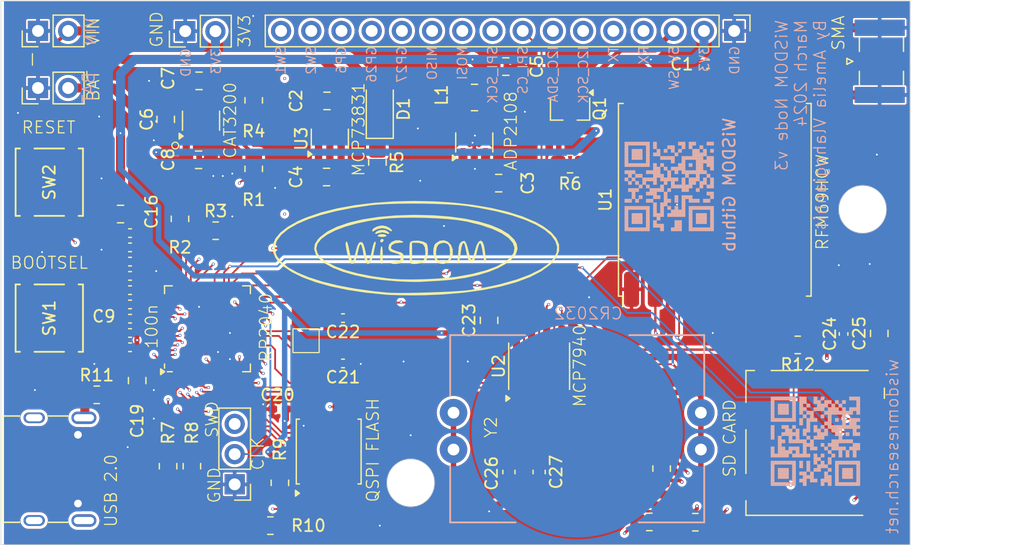
<source format=kicad_pcb>
(kicad_pcb (version 20240108) (generator "pcbnew") (generator_version "8.0")
  (layers (0 "F.Cu" signal) (1 "In1.Cu" signal) (2 "In2.Cu" signal) (31 "B.Cu" signal) (34 "B.Paste" user) (35 "F.Paste" user) (36 "B.SilkS" user "B.Silkscreen") (37 "F.SilkS" user "F.Silkscreen") (38 "B.Mask" user) (39 "F.Mask" user) (44 "Edge.Cuts" user))
  (net 0 "")
  (net 1 "3V3")
  (net 2 "GND")
  (net 3 "VIN")
  (net 4 "BAT")
  (net 5 "Net-(U5-CPOS)")
  (net 6 "Net-(U5-CNEG)")
  (net 7 "5V")
  (net 8 "Net-(D1-K)")
  (net 9 "/ANT")
  (net 10 "SD_CS")
  (net 11 "MOSI")
  (net 12 "SPI_SCK")
  (net 13 "MISO")
  (net 15 "GP27")
  (net 16 "GP26")
  (net 17 "GP6")
  (net 18 "SPI_CS")
  (net 19 "I2C_SCK")
  (net 20 "I2C_SDA")
  (net 21 "UART_RX")
  (net 22 "UART_TX")
  (net 23 "SWDCLK")
  (net 24 "SWD")
  (net 25 "Net-(U4-SW)")
  (net 26 "Net-(U6-GPIO11)")
  (net 27 "5V_CTRL")
  (net 28 "Net-(U6-GPIO28_ADC2)")
  (net 29 "Net-(U3-PROG)")
  (net 30 "5V_SW")
  (net 31 "Net-(Q1-B)")
  (net 32 "RFM_CS")
  (net 33 "RFM_RST")
  (net 46 "USB+")
  (net 48 "Net-(U6-XIN)")
  (net 49 "Net-(U6-XOUT)")
  (net 50 "Net-(U6-DVDD-Pad23)")
  (net 51 "USB-")
  (net 56 "1V1")
  (net 57 "Net-(U6-USB_DM)")
  (net 58 "Net-(U6-USB_DP)")
  (net 59 "QSPI_SD3")
  (net 60 "QSPI_CLK")
  (net 61 "QSPI_SD0")
  (net 62 "QSPI_SD2")
  (net 63 "QSPI_SD1")
  (net 64 "QSPI_CS")
  (net 68 "Net-(J12-SHIELD)")
  (net 69 "Net-(R10-Pad1)")
  (net 70 "Net-(U6-RUN)")
  (net 71 "Net-(U2-X1)")
  (net 72 "Net-(U2-X2)")
  (net 73 "RTC_MFP")
  (net 74 "EXT_SW1")
  (net 75 "EXT_SW2")
  (net 76 "5V_OUT")
  (net 77 "Net-(BT1-+)")
  (net 78 "Net-(J2-DAT2)")
  (net 79 "Net-(J2-DAT1)")
  (footprint "Connector_PinHeader_2.54mm:PinHeader_1x03_P2.54mm_Vertical" (layer "F.Cu") (at 80 88.075 180)
    (property "Reference" "J13" (hide yes))
    (property "Value" "DBG")
  )
  (footprint "Capacitor_SMD:C_0402_1005Metric_Pad0.74x0.62mm_HandSolder" (layer "F.Cu") (at 71.2 75.35 180)
    (property "Reference" "C18" (hide yes))
    (property "Value" "100n" (hide yes))
  )
  (footprint "Capacitor_SMD:C_0402_1005Metric_Pad0.74x0.62mm_HandSolder" (layer "F.Cu") (at 71.2 66.95 180)
    (property "Reference" "C15" (hide yes))
    (property "Value" "100n" (hide yes))
  )
  (footprint "Resistor_SMD:R_0805_2012Metric_Pad1.20x1.40mm_HandSolder" (layer "F.Cu") (at 68.4 80.55)
    (property "Reference" "R11")
    (property "Value" "0")
  )
  (footprint "Capacitor_SMD:C_0805_2012Metric_Pad1.18x1.45mm_HandSolder" (layer "F.Cu") (at 76.9625 60.7875)
    (property "Reference" "C8")
    (property "Value" "1uF" (hide yes))
  )
  (footprint "custom:PTS526" (layer "F.Cu") (at 64.41 74.1 90)
    (property "Reference" "SW1")
    (property "Value" "PTS526")
  )
  (footprint "Connector_PinHeader_2.54mm:PinHeader_1x16_P2.54mm_Vertical" (layer "F.Cu") (at 122 49.95 -90)
    (property "Reference" "J15" (hide yes))
    (property "Value" "Conn_01x16_Pin" (hide yes))
  )
  (footprint "Capacitor_SMD:C_0603_1608Metric_Pad1.08x0.95mm_HandSolder" (layer "F.Cu") (at 103.06 87.04 -90)
    (property "Reference" "C26")
    (property "Value" "6p" (hide yes))
  )
  (footprint "Resistor_SMD:R_0805_2012Metric_Pad1.20x1.40mm_HandSolder" (layer "F.Cu") (at 118.7356 91.2622)
    (property "Reference" "R13" (hide yes))
    (property "Value" "R" (hide yes))
  )
  (footprint "Connector_Card:microSD_HC_Molex_104031-0811" (layer "F.Cu") (at 128.81 84.575 -90)
    (property "Reference" "J2" (hide yes))
    (property "Value" "Micro_SD_Card" (hide yes))
  )
  (footprint "Capacitor_SMD:C_0805_2012Metric_Pad1.18x1.45mm_HandSolder" (layer "F.Cu") (at 102.2 62.75)
    (property "Reference" "C3")
    (property "Value" "10uF" (hide yes))
  )
  (footprint "Connector_PinHeader_2.54mm:PinHeader_1x02_P2.54mm_Vertical" (layer "F.Cu") (at 63.46 49.95 90)
    (property "Reference" "J14" (hide yes))
    (property "Value" "VIN")
  )
  (footprint "Resistor_SMD:R_0805_2012Metric_Pad1.20x1.40mm_HandSolder" (layer "F.Cu") (at 83.8 87.95 -90)
    (property "Reference" "R9")
    (property "Value" "DNF" (hide yes))
  )
  (footprint "Capacitor_SMD:C_0402_1005Metric_Pad0.74x0.62mm_HandSolder" (layer "F.Cu") (at 71.2 70.55 180)
    (property "Reference" "C13" (hide yes))
    (property "Value" "100n" (hide yes))
  )
  (footprint "Capacitor_SMD:C_0402_1005Metric_Pad0.74x0.62mm_HandSolder" (layer "F.Cu") (at 89.1075 74.1 180)
    (property "Reference" "C22")
    (property "Value" "15p")
  )
  (footprint "Resistor_SMD:R_0805_2012Metric_Pad1.20x1.40mm_HandSolder" (layer "F.Cu") (at 115.9002 86.7504 90)
    (property "Reference" "R14" (hide yes))
    (property "Value" "R" (hide yes))
  )
  (footprint "Package_TO_SOT_SMD:SOT-23-5" (layer "F.Cu") (at 88 59.0125 90)
    (property "Reference" "U3")
    (property "Value" "MCP73831-2-OT" (hide yes))
  )
  (footprint "Capacitor_SMD:C_0402_1005Metric_Pad0.74x0.62mm_HandSolder" (layer "F.Cu") (at 71.2 71.75 180)
    (property "Reference" "C11" (hide yes))
    (property "Value" "100n" (hide yes))
  )
  (footprint "LED_SMD:LED_1206_3216Metric_Pad1.42x1.75mm_HandSolder" (layer "F.Cu") (at 92.2 56.525 90)
    (property "Reference" "D1")
    (property "Value" "LED" (hide yes))
  )
  (footprint "Capacitor_SMD:C_0402_1005Metric_Pad0.74x0.62mm_HandSolder" (layer "F.Cu") (at 71.2 76.55 180)
    (property "Reference" "C17" (hide yes))
    (property "Value" "100n" (hide yes))
  )
  (footprint "Capacitor_SMD:C_0402_1005Metric_Pad0.74x0.62mm_HandSolder" (layer "F.Cu") (at 89.1075 77.91 180)
    (property "Reference" "C21")
    (property "Value" "15p")
  )
  (footprint "Package_TO_SOT_SMD:SOT-23-6" (layer "F.Cu") (at 77.17 57.4975 90)
    (property "Reference" "U5" (hide yes))
    (property "Value" "CAT3200-5" (hide yes))
  )
  (footprint "Package_TO_SOT_SMD:SC-59_Handsoldering" (layer "F.Cu") (at 108.2 56.5 -90)
    (property "Reference" "Q1")
    (property "Value" "2N3904" (hide yes))
  )
  (footprint "Package_SO:SOIC-8_3.9x4.9mm_P1.27mm" (layer "F.Cu") (at 105.6 78.15 90)
    (property "Reference" "U2")
    (property "Value" "MCP7940N-xSN" (hide yes))
  )
  (footprint "Capacitor_SMD:C_0402_1005Metric" (layer "F.Cu") (at 131.2 75.43 90)
    (property "Reference" "C24")
    (property "Value" ".1u" (hide yes))
  )
  (footprint "Package_TO_SOT_SMD:TSOT-23-5" (layer "F.Cu") (at 100.145 59.3275 90)
    (property "Reference" "U4" (hide yes))
    (property "Value" "ADP2108AUJ-3.3" (hide yes))
  )
  (footprint "custom:AMPHENOL_12402012E212A" (layer "F.Cu") (at 63.14 86.8 -90)
    (property "Reference" "J12" (hide yes))
    (property "Value" "12402012E212A" (hide yes))
  )
  (footprint "Resistor_SMD:R_0805_2012Metric_Pad1.20x1.40mm_HandSolder" (layer "F.Cu") (at 92 61.0125 -90)
    (property "Reference" "R5")
    (property "Value" "470" (hide yes))
  )
  (footprint "Connector_PinHeader_2.54mm:PinHeader_1x02_P2.54mm_Vertical" (layer "F.Cu") (at 75.84 49.97 90)
    (property "Reference" "J10" (hide yes))
    (property "Value" "3V3OUT" (hide yes))
  )
  (footprint "Resistor_SMD:R_0805_2012Metric_Pad1.20x1.40mm_HandSolder" (layer "F.Cu") (at 74.4 86.55 90)
    (property "Reference" "R7")
    (property "Value" "27.4" (hide yes))
  )
  (footprint "Package_SO:SOIC-8_5.23x5.23mm_P1.27mm" (layer "F.Cu") (at 87.905 85.32 90)
    (property "Reference" "U7" (hide yes))
    (property "Value" "W25Q128JVS" (hide yes))
  )
  (footprint "Capacitor_SMD:C_0805_2012Metric_Pad1.18x1.45mm_HandSolder" (layer "F.Cu") (at 102.8 52.95)
    (property "Reference" "C5")
    (property "Value" "10uF" (hide yes))
  )
  (footprint "Package_DFN_QFN:QFN-56-1EP_7x7mm_P0.4mm_EP3.2x3.2mm" (layer "F.Cu") (at 77.71 74.9975 90)
    (property "Reference" "U6" (hide yes))
    (property "Value" "RP2040" (hide yes))
  )
  (footprint "RF_Module:HOPERF_RFM9XW_SMD" (layer "F.Cu") (at 120.37 64.15 90)
    (property "Reference" "U1")
    (property "Value" "RFM69HCW")
  )
  (footprint "Resistor_SMD:R_0805_2012Metric_Pad1.20x1.40mm_HandSolder" (layer "F.Cu") (at 81.6 61.55 90)
    (property "Reference" "R1")
    (property "Value" "10K" (hide yes))
  )
  (footprint "Resistor_SMD:R_0805_2012Metric_Pad1.20x1.40mm_HandSolder" (layer "F.Cu") (at 75.4 65.75 -90)
    (property "Reference" "R2")
    (property "Value" "470K" (hide yes))
  )
  (footprint "Capacitor_SMD:C_0805_2012Metric_Pad1.18x1.45mm_HandSolder" (layer "F.Cu") (at 101.39 74.2875 90)
    (property "Reference" "C23")
    (property "Value" "10u")
  )
  (footprint "Capacitor_SMD:C_0805_2012Metric_Pad1.18x1.45mm_HandSolder" (layer "F.Cu") (at 71.8 79.35 -90)
    (property "Reference" "C19")
    (property "Value" "1u" (hide yes))
  )
  (footprint "Resistor_SMD:R_0805_2012Metric_Pad1.20x1.40mm_HandSolder" (layer "F.Cu") (at 108.2 61.15 180)
    (property "Reference" "R6")
    (property "Value" "1K")
  )
  (footprint "Capacitor_SMD:C_0402_1005Metric_Pad0.74x0.62mm_HandSolder" (layer "F.Cu") (at 83.7675 81.75 180)
    (property "Reference" "C20")
    (property "Value" "100n" (hide yes))
  )
  (footprint "Resistor_SMD:R_0805_2012Metric_Pad1.20x1.40mm_HandSolder" (layer "F.Cu") (at 114.8682 91.2368 180)
    (property "Reference" "R15" (hide yes))
    (property "Value" "R" (hide yes))
  )
  (footprint "Capacitor_SMD:C_0805_2012Metric_Pad1.18x1.45mm_HandSolder" (layer "F.Cu") (at 70.4 65.35 180)
    (property "Reference" "C16")
    (property "Value" "1u" (hide yes))
  )
  (footprint "Resistor_SMD:R_0805_2012Metric_Pad1.20x1.40mm_HandSolder" (layer "F.Cu") (at 81.6 55.7875 90)
    (property "Reference" "R4")
    (property "Value" "2K" (hide yes))
  )
  (footprint "Capacitor_SMD:C_0805_2012Metric_Pad1.18x1.45mm_HandSolder" (layer "F.Cu") (at 77 54.15)
    (property "Reference" "C7")
    (property "Value" "1uF" (hide yes))
  )
  (footprint "custom:PTS526" (layer "F.Cu") (at 64.41 62.67 90)
    (property "Reference" "SW2")
    (property "Value" "PTS526")
  )
  (footprint "Resistor_SMD:R_0805_2012Metric_Pad1.20x1.40mm_HandSolder" (layer "F.Cu") (at 127.3462 76.3524 180)
    (property "Reference" "R12")
    (property "Value" "R")
  )
  (footprint "Resistor_SMD:R_0805_2012Metric_Pad1.20x1.40mm_HandSolder" (layer "F.Cu") (at 76.4 86.55 90)
    (property "Reference" "R8")
    (property "Value" "27.4" (hide yes))
  )
  (footprint "Capacitor_SMD:C_0402_1005Metric_Pad0.74x0.62mm_HandSolder" (layer "F.Cu") (at 71.2 69.35 180)
    (property "Reference" "C12" (hide yes))
    (property "Value" "100n" (hide yes))
  )
  (footprint "custom:wisdom_logo_lineborder" (layer "F.Cu") (at 95.25 68.326)
    (property "Reference" "G***" (hide yes))
    (property "Value" "LOGO" (hide yes))
  )
  (footprint "Resistor_SMD:R_0805_2012Metric_Pad1.20x1.40mm_HandSolder" (layer "F.Cu") (at 78.4 66.75)
    (property "Reference" "R3")
    (property "Value" "470K")
  )
  (footprint "Capacitor_SMD:C_0603_1608Metric_Pad1.08x0.95mm_HandSolder" (layer "F.Cu") (at 105.6 87.04 -90)
    (property "Reference" "C27")
    (property "Value" "6p")
  )
  (footprint "Capacitor_SMD:C_0805_2012Metric_Pad1.18x1.45mm_HandSolder" (layer "F.Cu") (at 87.76 55.835 180)
    (property "Reference" "C2")
    (property "Value" "4.7uF" (hide yes))
  )
  (footprint "kicad-footprints-master:XTAL_M445" (layer "F.Cu") (at 86 76 90)
    (property "Reference" "Y1" (hide yes))
    (property "Value" "445C35A12M00000" (hide yes))
  )
  (footprint "Capacitor_SMD:C_0805_2012Metric_Pad1.18x1.45mm_HandSolder" (layer "F.Cu") (at 87.7225 62.235)
    (property "Reference" "C4")
    (property "Value" "4.7uF" (hide yes))
  )
  (footprint "Connector_Coaxial:SMA_Samtec_SMA-J-P-X-ST-EM1_EdgeMount" (layer "F.Cu") (at 134.2375 52.51 90)
    (property "Reference" "J1" (hide yes))
    (property "Value" "Conn_Coaxial" (hide yes))
  )
  (footprint "Capacitor_SMD:C_0402_1005Metric" (layer "F.Cu") (at 119.8 52.75)
    (property "Reference" "C1")
    (property "Value" "0.1uF" (hide yes))
  )
  (footprint "Capacitor_SMD:C_0402_1005Metric_Pad0.74x0.62mm_HandSolder" (layer "F.Cu") (at 71.2 72.95 180)
    (property "Reference" "C10" (hide yes))
    (property "Value" "100n" (hide yes))
  )
  (footprint "Connector_PinHeader_2.54mm:PinHeader_1x02_P2.54mm_Vertical" (layer "F.Cu") (at 63.46 54.75 90)
    (property "Reference" "J6" (hide yes))
    (property "Value" "BAT" (hide yes))
  )
  (footprint "Inductor_SMD:L_1008_2520Metric_Pad1.43x2.20mm_HandSolder" (layer "F.Cu") (at 100.1625 55.55)
    (property "Reference" "L1")
    (property "Value" "1uH")
  )
  (footprint "Capacitor_SMD:C_0402_1005Metric_Pad0.74x0.62mm_HandSolder" (layer "F.Cu") (at 71.2 68.15 180)
    (property "Reference" "C14" (hide yes))
    (property "Value" "100n" (hide yes))
  )
  (footprint "Capacitor_SMD:C_0805_2012Metric_Pad1.18x1.45mm_HandSolder" (layer "F.Cu") (at 134.2 75.3875 90)
    (property "Reference" "C25")
    (property "Value" "10u" (hide yes))
  )
  (footprint "Resistor_SMD:R_0805_2012Metric_Pad1.20x1.40mm_HandSolder" (layer "F.Cu") (at 83 91.55)
    (property "Reference" "R10")
    (property "Value" "1k" (hide yes))
  )
  (footprint "custom:SC-32S" (layer "F.Cu") (at 104.33 83.23)
    (property "Reference" "Y2")
    (property "Value" "SC32S-7PF20PPM" (hide yes))
  )
  (footprint "Capacitor_SMD:C_0805_2012Metric_Pad1.18x1.45mm_HandSolder" (layer "F.Cu") (at 74.2 57.3875 -90)
    (property "Reference" "C6")
    (property "Value" "1uF" (hide yes))
  )
  (footprint "Capacitor_SMD:C_0402_1005Metric_Pad0.74x0.62mm_HandSolder" (layer "F.Cu") (at 71.2 74.15 180)
    (property "Reference" "C9")
    (property "Value" "100n" (hide yes))
  )
  (footprint "custom:qrcode" (layer "B.Cu") (at 128.778 84.328)
    (property "Reference" "LOGO" (hide yes))
    (property "Value" "")
  )
  (footprint "custom:BAT-HLD-001-THM_TEC" (layer "B.Cu") (at 98.4 85.15)
    (property "Reference" "BT1" (hide yes))
    (property "Value" "Battery_Cell")
  )
  (footprint "custom:github_qr" (layer "B.Cu") (at 116.332 62.992)
    (property "Reference" "LOGO" (hide yes))
    (property "Value" "")
  )
  (gr_line (start 62.992 52.832) (end 62.992 51.8668) (stroke (width 0.1)) (layer "F.SilkS"))
  (gr_circle (center 75 59.5875) (end 75.2 59.3875) (stroke (width 0.1)) (fill none) (layer "F.SilkS"))
  (gr_circle (center 94.8 87.95) (end 94.8 85.95) (stroke (width 0.05)) (fill none) (layer "Edge.Cuts"))
  (gr_circle (center 132.8 64.95) (end 132.8 62.95) (stroke (width 0.05)) (fill none) (layer "Edge.Cuts"))
  (gr_rect (start 60.346 47.43) (end 136.8 93.15) (stroke (width 0.05)) (fill none) (layer "Edge.Cuts"))
  (gr_text "BAT" (at 68.3 53.35 90) (layer "B.SilkS") (effects (font (size 1 1) (thickness 0.1)) (justify left bottom mirror)))
  (gr_text "SW1\n\nSW2\n\nGP6\n\nGP26\n\nGP27\n\nMISO\n\nMOSI\n\nSPI_SCK\n\nSPI_CS\n\nI2C_SDA\n\nI2C_SCK\n\nTX\n\nRX\n\n5V SW\n\n3V3\n\nGND" (at 122.5 51.15 90) (layer "B.SilkS") (effects (font (size 0.79 0.79) (thickness 0.1)) (justify left bottom mirror)))
  (gr_text "GND\n\n3V3" (at 78.9 51.35 90) (layer "B.SilkS") (effects (font (size 0.79 0.79) (thickness 0.1)) (justify left bottom mirror)))
  (gr_text "wisdomresearch.net" (at 135.89 77.47 90) (layer "B.SilkS") (effects (font (size 1 1) (thickness 0.1)) (justify left bottom mirror)))
  (gr_text "WiSDOM Node v3\nMarch 2024\nBy Amelia Vlahogiannis" (at 129.8 48.95 90) (layer "B.SilkS") (effects (font (size 1 1) (thickness 0.1)) (justify left bottom mirror)))
  (gr_text "VIN" (at 68.4 48.75 90) (layer "B.SilkS") (effects (font (size 1 1) (thickness 0.1)) (justify left bottom mirror)))
  (gr_text "WiSDOM Github" (at 122.174 57.15 90) (layer "B.SilkS") (effects (font (size 1 1)) (justify left bottom mirror)))
  (gr_text "CR2032" (at 112.6998 74.295 0) (layer "B.SilkS") (effects (font (size 1 1) (thickness 0.1)) (justify left bottom mirror)))
  (gr_text "RESET" (at 62.0268 58.6486 0) (layer "F.SilkS") (effects (font (size 1 1) (thickness 0.1)) (justify left bottom)))
  (gr_text "SMA" (at 131.3434 51.6636 90) (layer "F.SilkS") (effects (font (size 1 1) (thickness 0.1)) (justify left bottom)))
  (gr_text "SD CARD" (at 122.2 87.55 90) (layer "F.SilkS") (effects (font (size 1 1) (thickness 0.1)) (justify left bottom)))
  (gr_text "RP2040" (at 83.2 77.85 90) (layer "F.SilkS") (effects (font (size 1 1) (thickness 0.1)) (justify left bottom)))
  (gr_text "QSPI FLASH" (at 92.2 89.65 90) (layer "F.SilkS") (effects (font (size 1 1) (thickness 0.1)) (justify left bottom)))
  (gr_text "GND" (at 78.867 89.7382 90) (layer "F.SilkS") (effects (font (size 1 1) (thickness 0.1)) (justify left bottom)))
  (gr_text "GND" (at 74.0156 51.4096 90) (layer "F.SilkS") (effects (font (size 1 1) (thickness 0.1)) (justify left bottom)))
  (gr_text "CAT3200" (at 80.2 60.75 90) (layer "F.SilkS") (effects (font (size 1 1) (thickness 0.1)) (justify left bottom)))
  (gr_text "ADP2108" (at 103.8 61.75 90) (layer "F.SilkS") (effects (font (size 1 1) (thickness 0.1)) (justify left bottom)))
  (gr_text "USB 2.0" (at 70.1802 91.7448 90) (layer "F.SilkS") (effects (font (size 1 1) (thickness 0.1)) (justify left bottom)))
  (gr_text "BAT" (at 68.7 55.95 90) (layer "F.SilkS") (effects (font (size 1 1) (thickness 0.1)) (justify left bottom)))
  (gr_text "3V3" (at 81.407 51.4096 90) (layer "F.SilkS") (effects (font (size 1 1) (thickness 0.1)) (justify left bottom)))
  (gr_text "BOOTSEL" (at 61.087 70.0278 0) (layer "F.SilkS") (effects (font (size 1 1) (thickness 0.1)) (justify left bottom)))
  (gr_text "100n" (at 73.6 76.75 90) (layer "F.SilkS") (effects (font (size 1 1) (thickness 0.1)) (justify left bottom)))
  (gr_text "SWD" (at 78.67 84.235 90) (layer "F.SilkS") (effects (font (size 1 1) (thickness 0.1)) (justify left bottom)))
  (gr_text "MCP7940" (at 109.6 81.65 90) (layer "F.SilkS") (effects (font (size 1 1) (thickness 0.1)) (justify left bottom)))
  (gr_text "RFM69HCW" (at 130 68.45 90) (layer "F.SilkS") (effects (font (size 1 1) (thickness 0.1)) (justify left bottom)))
  (gr_text "VIN" (at 68.7 51.25 90) (layer "F.SilkS") (effects (font (size 1 1) (thickness 0.1)) (justify left bottom)))
  (gr_text "MCP73831" (at 91 62.25 90) (layer "F.SilkS") (effects (font (size 1 1) (thickness 0.1)) (justify left bottom)))
  (gr_text "CLK" (at 82.5246 86.9696 90) (layer "F.SilkS") (effects (font (size 1 1) (thickness 0.1)) (justify left bottom)))
  (segment (start 80.647296 74.7975) (end 80.4 75.044796) (width 0.1524) (layer "F.Cu") (net 1))
  (segment (start 100 52.35) (end 100.7 53.05) (width 0.762) (layer "F.Cu") (net 1))
  (segment (start 83.8 86.35) (end 82.8 85.35) (width 0.4572) (layer "F.Cu") (net 1))
  (segment (start 101.74 75.675) (end 101.39 75.325) (width 0.4572) (layer "F.Cu") (net 1))
  (segment (start 73.4475 74.7975) (end 72.8 74.15) (width 0.1524) (layer "F.Cu") (net 1))
  (segment (start 72.6 77.35) (end 72.6 74.9825) (width 0.3048) (layer "F.Cu") (net 1))
  (segment (start 101.325 53.3875) (end 101.7625 52.95) (width 0.762) (layer "F.Cu") (net 1))
  (segment (start 101.365 75.35) (end 101.39 75.325) (width 0.4572) (layer "F.Cu") (net 1))
  (segment (start 72.6 74.9825) (end 71.7675 74.15) (width 0.3048) (layer "F.Cu") (net 1))
  (segment (start 74.2725 74.7975) (end 73.4475 74.7975) (width 0.1524) (layer "F.Cu") (net 1))
  (segment (start 73.685 78.435) (end 72.6 77.35) (width 0.3048) (layer "F.Cu") (net 1))
  (segment (start 71.4375 65.35) (end 71.4375 64.1875) (width 0.762) (layer "F.Cu") (net 1))
  (segment (start 97.4 75.35) (end 101.365 75.35) (width 0.4572) (layer "F.Cu") (net 1))
  (segment (start 70.4 62.35) (end 70.4 58.55) (width 0.762) (layer "F.Cu") (net 1))
  (segment (start 75.2 72.35) (end 74.8 71.95) (width 0.1524) (layer "F.Cu") (net 1))
  (segment (start 119.37 58.41) (end 129.8 68.84) (width 0.762) (layer "F.Cu") (net 1))
  (segment (start 75.894796 77.15) (end 75.11 77.934796) (width 0.1524) (layer "F.Cu") (net 1))
  (segment (start 71.7675 72.95) (end 71.7675 65.68) (width 0.4572) (layer "F.Cu") (net 1))
  (segment (start 119.32 56.575) (end 119.37 56.625) (width 0.762) (layer "F.Cu") (net 1))
  (segment (start 78.71 72.060204) (end 78.420204 72.35) (width 0.1524) (layer "F.Cu") (net 1))
  (segment (start 74.2725 72.7975) (end 73.1525 72.7975) (width 0.1524) (layer "F.Cu") (net 1))
  (segment (start 129.794 77.47) (end 129.794 74.889528) (width 0.3048) (layer "F.Cu") (net 1))
  (segment (start 84.335 81.75) (end 84.335 82.615) (width 0.4572) (layer "F.Cu") (net 1))
  (segment (start 71.7675 72.95) (end 71.7675 74.15) (width 0.4572) (layer "F.Cu") (net 1))
  (segment (start 117.7356 91.2622) (end 115.8936 91.2622) (width 0.3048) (layer "F.Cu") (net 1))
  (segment (start 131.2 75.91) (end 131.2 75.95) (width 0.4572) (layer "F.Cu") (net 1))
  (segment (start 78.42 77.55) (end 78.02 77.15) (width 0.1524) (layer "F.Cu") (net 1))
  (segment (start 134.26 84.77) (end 135.2672 84.77) (width 0.4572) (layer "F.Cu") (net 1))
  (segment (start 85.97 81.75) (end 86 81.72) (width 0.4572) (layer "F.Cu") (net 1))
  (segment (start 131.675 76.425) (end 134.2 76.425) (width 0.4572) (layer "F.Cu") (net 1))
  (segment (start 73.1525 72.7975) (end 73 72.95) (width 0.1524) (layer "F.Cu") (net 1))
  (segment (start 71.7675 72.95) (end 73 72.95) (width 0.4572) (layer "F.Cu") (net 1))
  (segment (start 103.695 75.675) (end 101.74 75.675) (width 0.4572) (layer "F.Cu") (net 1))
  (segment (start 72.8 74.15) (end 71.7675 74.15) (width 0.1524) (layer "F.Cu") (net 1))
  (segment (start 115.9002 87.7504) (end 117.4684 87.7504) (width 0.3048) (layer "F.Cu") (net 1))
  (segment (start 74.72 71.95) (end 74 71.95) (width 0.1524) (layer "F.Cu") (net 1))
  (segment (start 75.0576 78.435) (end 73.685 78.435) (width 0.3048) (layer "F.Cu") (net 1))
  (segment (start 78.420204 72.35) (end 75.2 72.35) (width 0.1524) (layer "F.Cu") (net 1))
  (segment (start 101.095 58.19) (end 101.095 55.78) (width 0.762) (layer "F.Cu") (net 1))
  (segment (start 71.2 63.95) (end 70.4 63.15) (width 0.762) (layer "F.Cu") (net 1))
  (segment (start 74 71.95) (end 73.5525 72.3975) (width 0.1524) (layer "F.Cu") (net 1))
  (segment (start 73.5525 72.3975) (end 73.4 72.55) (width 0.1524) (layer "F.Cu") (net 1))
  (segment (start 135.6 77.825) (end 134.2 76.425) (width 0.4572) (layer "F.Cu") (net 1))
  (segment (start 74.2725 74.3975) (end 73.772296 74.3975) (width 0.1524) (layer "F.Cu") (net 1))
  (segment (start 78.999796 72.35) (end 78.420204 72.35) (width 0.1524) (layer "F.Cu") (net 1))
  (segment (start 129.8 68.84) (end 129.8 74.883528) (width 0.762) (layer "F.Cu") (net 1))
  (segment (start 80.4 76.0599) (end 78.9099 77.55) (width 0.1524) (layer "F.Cu") (net 1))
  (segment (start 100.7 53.05) (end 101.325 53.675) (width 0.762) (layer "F.Cu") (net 1))
  (segment (start 81.1475 74.7975) (end 80.647296 74.7975) (width 0.1524) (layer "F.Cu") (net 1))
  (segment (start 131.2 75.95) (end 131.675 76.425) (width 0.4572) (layer "F.Cu") (net 1))
  (segment (start 78.71 71.56) (end 78.71 72.060204) (width 0.1524) (layer "F.Cu") (net 1))
  (segment (start 78.71 77.84) (end 78.42 77.55) (width 0.1524) (layer "F.Cu") (net 1))
  (segment (start 84.335 81.75) (end 85.97 81.75) (width 0.4572) (layer "F.Cu") (net 1))
  (segment (start 74.8 71.95) (end 74.72 71.95) (width 0.1524) (layer "F.Cu") (net 1))
  (segment (start 73.772296 74.3975) (end 73 73.625204) (width 0.1524) (layer "F.Cu") (net 1))
  (segment (start 115.4 52.75) (end 115 52.35) (width 0.762) (layer "F.Cu") (net 1))
  (segment (start 117.4684 87.7504) (end 117.602 87.884) (width 0.3048) (layer "F.Cu") (net 1))
  (segment (start 80.4 75.044796) (end 80.4 73.750204) (width 0.1524) (layer "F.Cu") (net 1))
  (segment (start 73 72.95) (end 73.4 72.55) (width 0.4572) (layer "F.Cu") (net 1))
  (segment (start 135.2672 84.77) (end 135.6 84.4372) (width 0.4572) (layer "F.Cu") (net 1))
  (segment (start 135.6 84.4372) (end 135.6 77.825) (width 0.4572) (layer "F.Cu") (net 1))
  (segment (start 119.37 56.625) (end 119.37 58.41) (width 0.762) (layer "F.Cu") (net 1))
  (segment (start 128.3462 76.337328) (end 129.8 74.883528) (width 0.3048) (layer "F.Cu") (net 1))
  (segment (start 70.4 63.15) (end 70.4 62.35) (width 0.762) (layer "F.Cu") (net 1))
  (segment (start 129.794 74.889528) (end 129.8 74.883528) (width 0.3048) (layer "F.Cu") (net 1))
  (segment (start 101.7625 52.95) (end 100.8 52.95) (width 0.762) (layer "F.Cu") (net 1))
  (segment (start 84.335 82.615) (end 84.2 82.75) (width 0.4572) (layer "F.Cu") (net 1))
  (segment (start 101.095 55.78) (end 101.325 55.55) (width 0.762) (layer "F.Cu") (net 1))
  (segment (start 119.32 52.75) (end 119.32 56.575) (width 0.762) (layer "F.Cu") (net 1))
  (segment (start 75.11 77.934796) (end 75.11 78.435) (width 0.1524) (layer "F.Cu") (net 1))
  (segment (start 75.11 71.56) (end 74.72 71.95) (width 0.1524) (layer "F.Cu") (net 1))
  (segment (start 78.02 77.15) (end 75.894796 77.15) (width 0.1524) (layer "F.Cu") (net 1))
  (segment (start 119.32 52.75) (end 119.37 52.8) (width 0.762) (layer "F.Cu") (net 1))
  (segment (start 129.8 74.883528) (end 130.826472 75.91) (width 0.762) (layer "F.Cu") (net 1))
  (segment (start 80.4 75.044796) (end 80.4 76.0599) (width 0.1524) (layer "F.Cu") (net 1))
  (segment (start 101.325 55.55) (end 101.325 53.95) (width 0.762) (layer "F.Cu") (net 1))
  (segment (start 73 73.625204) (end 73 72.95) (width 0.1524) (layer "F.Cu") (net 1))
  (segment (start 130.826472 75.91) (end 131.2 75.91) (width 0.762) (layer "F.Cu") (net 1))
  (segment (start 100.8 52.95) (end 100.7 53.05) (width 0.762) (layer "F.Cu") (net 1))
  (segment (start 78.9099 77.55) (end 78.42 77.55) (width 0.1524) (layer "F.Cu") (net 1))
  (segment (start 80.4 73.750204) (end 78.999796 72.35) (width 0.1524) (layer "F.Cu") (net 1))
  (segment (start 118.872 90.1258) (end 117.7356 91.2622) (width 0.3048) (layer "F.Cu") (net 1))
  (segment (start 115.8936 91.2622) (end 115.8682 91.2368) (width 0.3048) (layer "F.Cu") (net 1))
  (segment (start 101.325 53.675) (end 101.325 53.95) (width 0.762) (layer "F.Cu") (net 1))
  (segment (start 101.325 53.95) (end 101.325 53.3875) (width 0.762) (layer "F.Cu") (net 1))
  (segment (start 71.4375 64.1875) (end 71.2 63.95) (width 0.762) (layer "F.Cu") (net 1))
  (segment (start 118.872 89.916) (end 118.872 90.1258) (width 0.3048) (layer "F.Cu") (net 1))
  (segment (start 71.7675 65.68) (end 71.4375 65.35) (width 0.4572) (layer "F.Cu") (net 1))
  (segment (start 78.71 78.435) (end 78.71 77.84) (width 0.1524) (layer "F.Cu") (net 1))
  (segment (start 83.8 86.95) (end 83.8 86.35) (width 0.4572) (layer "F.Cu") (net 1))
  (segment (start 74.2725 72.3975) (end 73.5525 72.3975) (width 0.1524) (layer "F.Cu") (net 1))
  (segment (start 119.32 52.75) (end 115.4 52.75) (width 0.762) (layer "F.Cu") (net 1))
  (segment (start 128.3462 76.3524) (end 128.3462 76.337328) (width 0.3048) (layer "F.Cu") (net 1))
  (via (at 70.4 58.55) (size 0.254) (drill 0.1524) (layers "F.Cu" "B.Cu") (net 1))
  (via (at 100 52.35) (size 0.254) (drill 0.1524) (layers "F.Cu" "B.Cu") (net 1))
  (via (at 84.2 82.75) (size 0.254) (drill 0.1524) (layers "F.Cu" "B.Cu") (net 1))
  (via (at 118.872 89.916) (size 0.254) (drill 0.1524) (layers "F.Cu" "B.Cu") (net 1))
  (via (at 82.8 85.35) (size 0.254) (drill 0.1524) (layers "F.Cu" "B.Cu") (net 1))
  (via (at 117.602 87.884) (size 0.254) (drill 0.1524) (layers "F.Cu" "B.Cu") (net 1))
  (via (at 129.794 77.47) (size 0.254) (drill 0.1524) (layers "F.Cu" "B.Cu") (net 1))
  (via (at 97.4 75.35) (size 0.254) (drill 0.1524) (layers "F.Cu" "B.Cu") (net 1))
  (via (at 115 52.35) (size 0.254) (drill 0.1524) (layers "F.Cu" "B.Cu") (net 1))
  (segment (start 71.6 52.35) (end 77.6 52.35) (width 0.762) (layer "B.Cu") (net 1))
  (segment (start 100 52.35) (end 77.6 52.35) (width 0.762) (layer "B.Cu") (net 1))
  (segment (start 70.4 61.55) (end 70.4 58.55) (width 0.4572) (layer "B.Cu") (net 1))
  (segment (start 76.6 70.55) (end 73.6 67.55) (width 0.4572) (layer "B.Cu") (net 1))
  (segment (start 70.4 53.55) (end 71.6 52.35) (width 0.762) (layer "B.Cu") (net 1))
  (segment (start 84.2 82.75) (end 84.2 73.35) (width 0.4572) (layer "B.Cu") (net 1))
  (segment (start 77.6 52.35) (end 78.38 51.57) (width 0.762) (layer "B.Cu") (net 1))
  (segment (start 119.46 51.49) (end 118.6 52.35) (width 0.762) (layer "B.Cu") (net 1))
  (segment (start 84.2 83.95) (end 82.8 85.35) (width 0.4572) (layer "B.Cu") (net 1))
  (segment (start 84.2 82.75) (end 84.2 83.95) (width 0.4572) (layer "B.Cu") (net 1))
  (segment (start 73.6 67.55) (end 73.6 64.75) (width 0.4572) (layer "B.Cu") (net 1))
  (segment (start 118.6 52.35) (end 100 52.35) (width 0.762) (layer "B.Cu") (net 1))
  (segment (start 86.2 75.35) (end 97.4 75.35) (width 0.4572) (layer "B.Cu") (net 1))
  (segment (start 78.38 51.57) (end 78.38 49.97) (width 0.762) (layer "B.Cu") (net 1))
  (segment (start 84.2 73.35) (end 81.4 70.55) (width 0.4572) (layer "B.Cu") (net 1))
  (segment (start 84.2 73.35) (end 86.2 75.35) (width 0.4572) (layer "B.Cu") (net 1))
  (segment (start 81.4 70.55) (end 76.6 70.55) (width 0.4572) (layer "B.Cu") (net 1))
  (segment (start 73.6 64.75) (end 70.4 61.55) (width 0.4572) (layer "B.Cu") (net 1))
  (segment (start 119.46 49.95) (end 119.46 51.49) (width 0.762) (layer "B.Cu") (net 1))
  (segment (start 70.4 58.55) (end 70.4 53.55) (width 0.762) (layer "B.Cu") (net 1))
  (segment (start 127.8102 49.685) (end 134.2375 49.685) (width 0.762) (layer "F.Cu") (net 2))
  (segment (start 88 61.475) (end 88.76 62.235) (width 0.6096) (layer "F.Cu") (net 2))
  (segment (start 129.54 58.42) (end 129.54 57.15) (width 0.762) (layer "F.Cu") (net 2))
  (segment (start 129.54 57.15) (end 131.355 55.335) (width 0.762) (layer "F.Cu") (net 2))
  (segment (start 127 59.69) (end 128.27 59.69) (width 0.762) (layer "F.Cu") (net 2))
  (segment (start 88 60.15) (end 88 61.475) (width 0.6096) (layer "F.Cu") (net 2))
  (segment (start 67.89 83.6) (end 68.35 83.6) (width 0.1524) (layer "F.Cu") (net 2))
  (segment (start 125.37 52.1252) (end 125.37 56.625) (width 0.762) (layer "F.Cu") (net 2))
  (segment (start 128.27 59.69) (end 129.54 58.42) (width 0.762) (layer "F.Cu") (net 2))
  (segment (start 125.37 58.06) (end 127 59.69) (width 0.762) (layer "F.Cu") (net 2))
  (segment (start 125.37 52.1252) (end 127.8102 49.685) (width 0.762) (layer "F.Cu") (net 2))
  (segment (start 125.37 56.625) (end 125.37 58.06) (width 0.762) (layer "F.Cu") (net 2))
  (segment (start 131.355 55.335) (end 134.2375 55.335) (width 0.762) (layer "F.Cu") (net 2))
  (via (at 83.4 63.15) (size 0.254) (drill 0.1524) (layers "F.Cu" "B.Cu") (net 2))
  (via (at 90.6 77.95) (size 0.254) (drill 0.1524) (layers "F.Cu" "B.Cu") (net 2))
  (via (at 78.2 62.15) (size 0.254) (drill 0.1524) (layers "F.Cu" "B.Cu") (net 2))
  (via (at 63.8 68.55) (size 0.254) (drill 0.1524) (layers "F.Cu" "B.Cu") (net 2))
  (via (at 72.8 54.15) (size 0.254) (drill 0.1524) (layers "F.Cu" "B.Cu") (net 2))
  (via (at 68.8 73.55) (size 0.254) (drill 0.1524) (layers "F.Cu" "B.Cu") (net 2))
  (via (at 63.2 80.15) (size 0.254) (drill 0.1524) (layers "F.Cu" "B.Cu") (net 2))
  (via (at 68.8 68.35) (size 0.254) (drill 0.1524) (layers "F.Cu" "B.Cu") (net 2))
  (via (at 133.4 69.55) (size 0.254) (drill 0.1524) (layers "F.Cu" "B.Cu") (net 2))
  (via (at 79 62.15) (size 0.254) (drill 0.1524) (layers "F.Cu" "B.Cu") (net 2))
  (via (at 73.2 80.15) (size 0.254) (drill 0.1524) (layers "F.Cu" "B.Cu") (net 2))
  (via (at 100.2 61.55) (size 0.254) (drill 0.1524) (layers "F.Cu" "B.Cu") (net 2))
  (via (at 95.6 62.55) (size 0.254) (drill 0.1524) (layers "F.Cu" "B.Cu") (net 2))
  (via (at 68.2 77.95) (size 0.254) (drill 0.1524) (layers "F.Cu" "B.Cu") (net 2))
  (via (at 79.6 75.35) (size 0.254) (drill 0.1524) (layers "F.Cu" "B.Cu") (net 2))
  (via (at 81.5594 48.6918) (size 0.254) (drill 0.1524) (layers "F.Cu" "B.Cu") (net 2))
  (via (at 100 59.35) (size 0.254) (drill 0.1524) (layers "F.Cu" "B.Cu") (net 2))
  (via (at 73.4 70.15) (size 0.254) (drill 0.1524) (layers "F.Cu" "B.Cu") (net 2))
  (via (at 73.4 57.55) (size 0.254) (drill 0.1524) (layers "F.Cu" "B.Cu") (net 2))
  (via (at 116.282634 75.438766) (size 0.254) (drill 0.1524) (layers "F.Cu" "B.Cu") (net 2))
  (via (at 79.6 77.55) (size 0.254) (drill 0.1524) (layers "F.Cu" "B.Cu") (net 2))
  (via (at 71 84.95) (size 0.254) (drill 0.1524) (layers "F.Cu" "B.Cu") (net 2))
  (via (at 101.4 90.35) (size 0.254) (drill 0.1524) (layers "F.Cu" "B.Cu") (net 2))
  (via (at 79.8 65.55) (size 0.254) (drill 0.1524) (layers "F.Cu" "B.Cu") (net 2))
  (via (at 73.2 82.55) (size 0.254) (drill 0.1524) (layers "F.Cu" "B.Cu") (net 2))
  (via (at 94.2 77.75) (size 0.254) (drill 0.1524) (layers "F.Cu" "B.Cu") (net 2))
  (via (at 92.2 91.55) (size 0.254) (drill 0.1524) (layers "F.Cu" "B.Cu") (net 2))
  (via (at 109.8 72.35) (size 0.254) (drill 0.1524) (layers "F.Cu" "B.Cu") (net 2))
  (via (at 104.4 56.75) (size 0.254) (drill 0.1524) (layers "F.Cu" "B.Cu") (net 2))
  (via (at 117.2 64.55) (size 0.254) (drill 0.1524) (layers "F.Cu" "B.Cu") (net 2))
  (via (at 99.6 77.75) (size 0.254) (drill 0.1524) (layers "F.Cu" "B.Cu") (net 2))
  (via (at 68.6 57.15) (size 0.254) (drill 0.1524) (layers "F.Cu" "B.Cu") (net 2))
  (via (at 61.7728 56.8452) (size 0.254) (drill 0.1524) (layers "F.Cu" "B.Cu") (net 2))
  (via (at 78.6 76.95) (size 0.254) (drill 0.1524) (layers "F.Cu" "B.Cu") (net 2))
  (via (at 97.6 66.35) (size 0.254) (drill 0.1524) (layers "F.Cu" "B.Cu") (net 2))
  (via (at 134 60.35) (size 0.254) (drill 0.1524) (layers "F.Cu" "B.Cu") (net 2))
  (via (at 100.2 58.75) (size 0.254) (drill 0.1524) (layers "F.Cu" "B.Cu") (net 2))
  (via (at 94.8 83.95) (size 0.254) (drill 0.1524) (layers "F.Cu" "B.Cu") (net 2))
  (via (at 120.2 75.35) (size 0.254) (drill 0.1524) (layers "F.Cu" "B.Cu") (net 2))
  (via (at 85.8 83.15) (size 0.254) (drill 0.1524) (layers "F.Cu" "B.Cu") (net 2))
  (via (at 95.4 58.15) (size 0.254) (drill 0.1524) (layers "F.Cu" "B.Cu") (net 2))
  (via (at 68.8 62.35) (size 0.254) (drill 0.1524) (layers "F.Cu" "B.Cu") (net 2))
  (via (at 82.4 81.35) (size 0.254) (drill 0.1524) (layers "F.Cu" "B.Cu") (net 2))
  (via (at 77 73.15) (size 0.254) (drill 0.1524) (layers "F.Cu" "B.Cu") (net 2))
  (via (at 130.8 69.65) (size 0.254) (drill 0.1524) (layers "F.Cu" "B.Cu") (net 2))
  (via (at 73.2 59.15) (size 0.254) (drill 0.1524) (layers "F.Cu" "B.Cu") (net 2))
  (via (at 79.8 61.95) (size 0.254) (drill 0.1524) (layers "F.Cu" "B.Cu") (net 2))
  (segment (start 67.89 84.4) (end 68.7648 84.4) (width 0.3048) (layer "F.Cu") (net 3))
  (segment (start 67.7424 84.5476) (end 67.89 84.4) (width 0.3048) (layer "F.Cu") (net 3))
  (segment (start 88.95 55.9875) (end 88.7975 55.835) (width 0.6096) (layer "F.Cu") (net 3))
  (segment (start 64.77 51.18) (end 66 49.95) (width 0.3048) (layer "F.Cu") (net 3))
  (segment (start 70.6 52.35) (end 87.4 52.35) (width 0.762) (layer "F.Cu") (net 3))
  (segment (start 68.2 49.95) (end 66 49.95) (width 0.762) (layer "F.Cu") (net 3))
  (segment (start 89.5125 52.35) (end 92.2 55.0375) (width 0.762) (layer "F.Cu") (net 3))
  (segment (start 68.7648 84.4) (end 70.3524 82.8124) (width 0.3048) (layer "F.Cu") (net 3))
  (segment (start 88.95 57.875) (end 88.95 55.9875) (width 0.6096) (layer "F.Cu") (net 3))
  (segment (start 66.9676 84.5476) (end 67.7424 84.5476) (width 0.3048) (layer "F.Cu") (net 3))
  (segment (start 88.7975 53.7475) (end 87.4 52.35) (width 0.762) (layer "F.Cu") (net 3))
  (segment (start 70.3524 82.8124) (end 70.3524 77.5024) (width 0.3048) (layer "F.Cu") (net 3))
  (segment (start 67.818 58.674) (end 64.77 55.626) (width 0.3048) (layer "F.Cu") (net 3))
  (segment (start 66.9676 89.0524) (end 66.3714 88.4562) (width 0.3048) (layer "F.Cu") (net 3))
  (segment (start 67.7424 89.0524) (end 66.9676 89.0524) (width 0.3048) (layer "F.Cu") (net 3))
  (segment (start 64.77 55.626) (end 64.77 51.18) (width 0.3048) (layer "F.Cu") (net 3))
  (segment (start 87.4 52.35) (end 89.5125 52.35) (width 0.762) (layer "F.Cu") (net 3))
  (segment (start 67.89 89.2) (end 67.7424 89.0524) (width 0.3048) (layer "F.Cu") (net 3))
  (segment (start 88.7975 55.835) (end 88.7975 53.7475) (width 0.762) (layer "F.Cu") (net 3))
  (segment (start 66.3714 85.1438) (end 66.9676 84.5476) (width 0.3048) (layer "F.Cu") (net 3))
  (segment (start 70.3524 77.5024) (end 67.818 74.968) (width 0.3048) (layer "F.Cu") (net 3))
  (segment (start 67.818 74.968) (end 67.818 58.674) (width 0.3048) (layer "F.Cu") (net 3))
  (segment (start 70.6 52.35) (end 68.2 49.95) (width 0.762) (layer "F.Cu") (net 3))
  (segment (start 66.3714 88.4562) (end 66.3714 85.1438) (width 0.3048) (layer "F.Cu") (net 3))
  (segment (start 87.05 60.15) (end 87.05 61.87) (width 0.6096) (layer "F.Cu") (net 4))
  (segment (start 101.095 62.645) (end 101.2 62.75) (width 0.762) (layer "F.Cu") (net 4))
  (segment (start 73.8 62.75) (end 72.2 61.15) (width 0.762) (layer "F.Cu") (net 4))
  (segment (start 99.195 63.955) (end 98.4 64.75) (width 0.762) (layer "F.Cu") (net 4))
  (segment (start 73 56.35) (end 74.2 56.35) (width 0.762) (layer "F.Cu") (net 4))
  (segment (start 87.05 59.3923) (end 87.05 60.15) (width 0.6096) (layer "F.Cu") (net 4))
  (segment (start 75.341385 57.491385) (end 76.701114 57.491385) (width 0.4572) (layer "F.Cu") (net 4))
  (segment (start 72.2 61.15) (end 72.2 57.15) (width 0.762) (layer "F.Cu") (net 4))
  (segment (start 101.095 60.465) (end 101.095 62.645) (width 0.762) (layer "F.Cu") (net 4))
  (segment (start 72.2 57.15) (end 69.8 54.75) (width 0.762) (layer "F.Cu") (net 4))
  (segment (start 77.17 57.022499) (end 77.17 56.36) (width 0.4572) (layer "F.Cu") (net 4))
  (segment (start 88.4 58.95) (end 87.567684 58.95) (width 0.6096) (layer "F.Cu") (net 4))
  (segment (start 87.8 64.75) (end 90.8 64.75) (width 0.762) (layer "F.Cu") (net 4))
  (segment (start 88.95 60.15) (end 88.95 59.5) (width 0.6096) (layer "F.Cu") (net 4))
  (segment (start 92 63.55) (end 92 62.0125) (width 0.762) (layer "F.Cu") (net 4))
  (segment (start 86.685 62.235) (end 86.685 63.265) (width 0.762) (layer "F.Cu") (net 4))
  (segment (start 88.95 59.5) (end 88.4 58.95) (width 0.6096) (layer "F.Cu") (net 4))
  (segment (start 78.8 64.35) (end 78.4 64.75) (width 0.762) (layer "F.Cu") (net 4))
  (segment (start 78.8 64.35) (end 77.2 62.75) (width 0.762) (layer "F.Cu") (net 4))
  (segment (start 90.8 64.75) (end 92 63.55) (width 0.762) (layer "F.Cu") (net 4))
  (segment (start 87.4 59.0423) (end 87.05 59.3923) (width 0.6096) (layer "F.Cu") (net 4))
  (segment (start 100.4 64.75) (end 101.2 63.95) (width 0.762) (layer "F.Cu") (net 4))
  (segment (start 85.6 64.35) (end 78.8 64.35) (width 0.762) (layer "F.Cu") (net 4))
  (segment (start 99.195 60.465) (end 99.195 63.955) (width 0.762) (layer "F.Cu") (net 4))
  (segment (start 87.475384 59.0423) (end 87.4 59.0423) (width 0.6096) (layer "F.Cu") (net 4))
  (segment (start 75.341385 57.491385) (end 74.2 56.35) (width 0.4572) (layer "F.Cu") (net 4))
  (segment (start 72.2 57.15) (end 73 56.35) (width 0.762) (layer "F.Cu") (net 4))
  (segment (start 90.8 64.75) (end 98.4 64.75) (width 0.762) (layer "F.Cu") (net 4))
  (segment (start 77.2 62.75) (end 73.8 62.75) (width 0.762) (layer "F.Cu") (net 4))
  (segment (start 87.05 61.87) (end 86.685 62.235) (width 0.6096) (layer "F.Cu") (net 4))
  (segment (start 101.2 63.95) (end 101.2 62.75) (width 0.762) (layer "F.Cu") (net 4))
  (segment (start 86.685 63.265) (end 85.6 64.35) (width 0.762) (layer "F.Cu") (net 4))
  (segment (start 69.8 54.75) (end 66 54.75) (width 0.762) (layer "F.Cu") (net 4))
  (segment (start 78.4 64.75) (end 75.4 64.75) (width 0.762) (layer "F.Cu") (net 4))
  (segment (start 76.701114 57.491385) (end 77.17 57.022499) (width 0.4572) (layer "F.Cu") (net 4))
  (segment (start 86.685 63.635) (end 87.8 64.75) (width 0.762) (layer "F.Cu") (net 4))
  (segment (start 98.4 64.75) (end 100.4 64.75) (width 0.762) (layer "F.Cu") (net 4))
  (segment (start 87.567684 58.95) (end 87.475384 59.0423) (width 0.6096) (layer "F.Cu") (net 4))
  (segment (start 86.685 63.265) (end 86.685 63.635) (width 0.762) (layer "F.Cu") (net 4))
  (segment (start 76.22 56.36) (end 76.22 54.4075) (width 0.4572) (layer "F.Cu") (net 5))
  (segment (start 76.22 54.4075) (end 75.9625 54.15) (width 0.4572) (layer "F.Cu") (net 5))
  (segment (start 78.12 56.36) (end 78.12 54.2325) (width 0.4572) (layer "F.Cu") (net 6))
  (segment (start 78.12 54.2325) (end 78.0375 54.15) (width 0.4572) (layer "F.Cu") (net 6))
  (segment (start 75.925 60.7875) (end 74.0375 60.7875) (width 0.6096) (layer "F.Cu") (net 7))
  (segment (start 74.0375 60.7875) (end 73.4 60.15) (width 0.6096) (layer "F.Cu") (net 7))
  (segment (start 110.4 58.35) (end 108.4 58.35) (width 0.6096) (layer "F.Cu") (net 7))
  (segment (start 75.925 60.7875) (end 75.925 58.93) (width 0.6096) (layer "F.Cu") (net 7))
  (segment (start 108.4 58.35) (end 108.2 58.15) (width 0.6096) (layer "F.Cu") (net 7))
  (segment (start 75.925 58.93) (end 76.22 58.635) (width 0.6096) (layer "F.Cu") (net 7))
  (via (at 110.4 58.35) (size 0.254) (drill 0.1524) (layers "F.Cu" "B.Cu") (net 7))
  (via (at 73.4 60.15) (size 0.254) (drill 0.1524) (layers "F.Cu" "B.Cu") (net 7))
  (segment (start 108.6 60.15) (end 110.4 58.35) (width 0.6096) (layer "B.Cu") (net 7))
  (segment (start 73.4 60.15) (end 108.6 60.15) (width 0.6096) (layer "B.Cu") (net 7))
  (segment (start 92.2 59.8125) (end 92 60.0125) (width 0.6096) (layer "F.Cu") (net 8))
  (segment (start 92.2 58.0125) (end 92.2 59.8125) (width 0.6096) (layer "F.Cu") (net 8))
  (segment (start 127.37 53.78) (end 128.64 52.51) (width 0.762) (layer "F.Cu") (net 9))
  (segment (start 127.37 55.05) (end 127.37 53.78) (width 0.762) (layer "F.Cu") (net 9))
  (segment (start 128.64 52.51) (end 133.6075 52.51) (width 0.762) (layer "F.Cu") (net 9))
  (segment (start 79.11 70.24) (end 79.6 69.75) (width 0.1524) (layer "F.Cu") (net 10))
  (segment (start 116.7384 85.7504) (end 118.11 87.122) (width 0.254) (layer "F.Cu") (net 10))
  (segment (start 115.9002 85.7504) (end 116.7384 85.7504) (width 0.254) (layer "F.Cu") (net 10))
  (segment (start 79.11 71.56) (end 79.11 70.24) (width 0.1524) (layer "F.Cu") (net 10))
  (segment (start 131.42 82.57) (end 134.26 82.57) (width 0.1524) (layer "F.Cu") (net 10))
  (segment (start 131.4 82.55) (end 131.42 82.57) (width 0.1524) (layer "F.Cu") (net 10))
  (via (at 118.11 87.122) (size 0.254) (drill 0.1524) (layers "F.Cu" "B.Cu") (net 10))
  (via (at 79.6 69.75) (size 0.254) (drill 0.1524) (layers "F.Cu" "B.Cu") (net 10))
  (via (at 131.4 82.55) (size 0.254) (drill 0.1524) (layers "F.Cu" "B.Cu") (net 10))
  (segment (start 84.2 69.15) (end 112.2 69.15) (width 0.1524) (layer "B.Cu") (net 10))
  (segment (start 129.2 80.35) (end 131.4 82.55) (width 0.1524) (layer "B.Cu") (net 10))
  (segment (start 83.6 69.75) (end 84.2 69.15) (width 0.1524) (layer "B.Cu") (net 10))
  (segment (start 112.2 69.15) (end 123.4 80.35) (width 0.1524) (layer "B.Cu") (net 10))
  (segment (start 123.4 80.35) (end 129.2 80.35) (width 0.1524) (layer "B.Cu") (net 10))
  (segment (start 79.6 69.75) (end 83.6 69.75) (width 0.1524) (layer "B.Cu") (net 10))
  (segment (start 117.37 75.58) (end 117.37 71.675) (width 0.1524) (layer "F.Cu") (net 11))
  (segment (start 79.91 71.56) (end 79.91 71.059796) (width 0.1524) (layer "F.Cu") (net 11))
  (segment (start 80.619796 70.35) (end 97.8 70.35) (width 0.1524) (layer "F.Cu") (net 11))
  (segment (start 117.37 71.675) (end 117.37 71.36038) (width 0.1524) (layer "F.Cu") (net 11))
  (segment (start 79.91 71.059796) (end 80.619796 70.35) (width 0.1524) (layer "F.Cu") (net 11))
  (segment (start 109.22 69.85) (end 98.3 69.85) (width 0.1524) (layer "F.Cu") (net 11))
  (segment (start 98.3 69.85) (end 97.8 70.35) (width 0.1524) (layer "F.Cu") (net 11))
  (segment (start 117.2 75.75) (end 117.37 75.58) (width 0.1524) (layer "F.Cu") (net 11))
  (segment (start 130.92 83.67) (end 134.26 83.67) (width 0.1524) (layer "F.Cu") (net 11))
  (via (at 97.8 70.35) (size 0.254) (drill 0.1524) (layers "F.Cu" "B.Cu") (net 11))
  (via (at 109.22 69.85) (size 0.254) (drill 0.1524) (layers "F.Cu" "B.Cu") (net 11))
  (via (at 130.9116 83.6676) (size 0.254) (drill 0.1524) (layers "F.Cu" "B.Cu") (net 11))
  (via (at 117.2 75.75) (size 0.254) (drill 0.1524) (layers "F.Cu" "B.Cu") (net 11))
  (segment (start 117.2 75.75) (end 122.2 80.75) (width 0.1524) (layer "B.Cu") (net 11))
  (segment (start 113.03 73.66) (end 109.22 69.85) (width 0.1524) (layer "B.Cu") (net 11))
  (segment (start 130.8 83.556) (end 130.9116 83.6676) (width 0.1524) (layer "B.Cu") (net 11))
  (segment (start 117.2 75.75) (end 115.11 73.66) (width 0.1524) (layer "B.Cu") (net 11))
  (segment (start 130.4 83.55) (end 130.8 83.55) (width 0.1524) (layer "B.Cu") (net 11))
  (segment (start 127.6 80.75) (end 130 83.15) (width 0.1524) (layer "B.Cu") (net 11))
  (segment (start 130 83.15) (end 130.4 83.55) (width 0.1524) (layer "B.Cu") (net 11))
  (segment (start 123 80.75) (end 127.6 80.75) (width 0.1524) (layer "B.Cu") (net 11))
  (segment (start 130.8 83.55) (end 130.8 83.556) (width 0.1524) (layer "B.Cu") (net 11))
  (segment (start 115.11 73.66) (end 113.03 73.66) (width 0.1524) (layer "B.Cu") (net 11))
  (segment (start 122.2 80.75) (end 123 80.75) (width 0.1524) (layer "B.Cu") (net 11))
  (segment (start 118.11 69.85) (end 119.944817 69.85) (width 0.1524) (layer "F.Cu") (net 12))
  (segment (start 130.92 85.87) (end 127 81.95) (width 0.1524) (layer "F.Cu") (net 12))
  (segment (start 127 81.95) (end 127 79.7726) (width 0.1524) (layer "F.Cu") (net 12))
  (segment (start 80.52 71.35) (end 80.31 71.56) (width 0.1524) (layer "F.Cu") (net 12))
  (segment (start 119.37 70.424817) (end 119.37 71.675) (width 0.1524) (layer "F.Cu") (net 12))
  (segment (start 122.4 70.33) (end 121.92 69.85) (width 0.1524) (layer "F.Cu") (net 12))
  (segment (start 134.26 85.87) (end 130.92 85.87) (width 0.1524) (layer "F.Cu") (net 12))
  (segment (start 121.92 69.85) (end 119.944817 69.85) (width 0.1524) (layer "F.Cu") (net 12))
  (segment (start 119.37 71.675) (end 119.37 71.11) (width 0.1524) (layer "F.Cu") (net 12))
  (segment (start 122.4 75.1726) (end 122.4 70.33) (width 0.1524) (layer "F.Cu") (net 12))
  (segment (start 100.4 71.35) (end 108.99 71.35) (width 0.1524) (layer "F.Cu") (net 12))
  (segment (start 119.37 71.11) (end 118.11 69.85) (width 0.1524) (layer "F.Cu") (net 12))
  (segment (start 127 79.7726) (end 122.4 75.1726) (width 0.1524) (layer "F.Cu") (net 12))
  (segment (start 117.247248 68.987248) (end 118.11 69.85) (width 0.1524) (layer "F.Cu") (net 12))
  (segment (start 80.52 71.35) (end 100.4 71.35) (width 0.1524) (layer "F.Cu") (net 12))
  (segment (start 108.99 71.35) (end 111.352752 68.987248) (width 0.1524) (layer "F.Cu") (net 12))
  (segment (start 111.352752 68.987248) (end 117.247248 68.987248) (width 0.1524) (layer "F.Cu") (net 12))
  (via (at 100.4 71.35) (size 0.254) (drill 0.1524) (layers "F.Cu" "B.Cu") (net 12))
  (segment (start 107 72.35) (end 100.726414 72.35) (width 0.1524) (layer "F.Cu") (net 13))
  (segment (start 122 81.75) (end 122 83.35) (width 0.2) (layer "F.Cu") (net 13))
  (segment (start 122 83.35) (end 126.72 88.07) (width 0.2) (layer "F.Cu") (net 13))
  (segment (start 116.84 77.978) (end 112.628 77.978) (width 0.1524) (layer "F.Cu") (net 13))
  (segment (start 116.84 77.978) (end 117.612 78.75) (width 0.2) (layer "F.Cu") (net 13))
  (segment (start 100.278914 72.7975) (end 81.1475 72.7975) (width 0.1524) (layer "F.Cu") (net 13))
  (segment (start 112.628 77.978) (end 107 72.35) (width 0.1524) (layer "F.Cu") (net 13))
  (segment (start 119 78.75) (end 122 81.75) (width 0.2) (layer "F.Cu") (net 13))
  (segment (start 120.3198 91.2622) (end 121.412 90.17) (width 0.254) (layer "F.Cu") (net 13))
  (segment (start 115.4 75.35) (end 115.37 75.32) (width 0.2) (layer "F.Cu") (net 13))
  (segment (start 134.26 88.07) (end 126.72 88.07) (width 0.2) (layer "F.Cu") (net 13))
  (segment (start 119.7356 91.2622) (end 120.3198 91.2622) (width 0.254) (layer "F.Cu") (net 13))
  (segment (start 126.746 88.138) (end 126.746 88.096) (width 0.254) (layer "F.Cu") (net 13))
  (segment (start 126.746 88.096) (end 126.72 88.07) (width 0.254) (layer "F.Cu") (net 13))
  (segment (start 117.612 78.75) (end 119 78.75) (width 0.2) (layer "F.Cu") (net 13))
  (segment (start 115.37 75.32) (end 115.37 71.675) (width 0.2) (layer "F.Cu") (net 13))
  (segment (start 100.726414 72.35) (end 100.278914 72.7975) (width 0.1524) (layer "F.Cu") (net 13))
  (via (at 94 72.75) (size 0.254) (drill 0.1524) (layers "F.Cu" "B.Cu") (net 13))
  (via (at 115.4 75.35) (size 0.254) (drill 0.1524) (layers "F.Cu" "B.Cu") (net 13))
  (via (at 121.412 90.17) (size 0.254) (drill 0.1524) (layers "F.Cu" "B.Cu") (net 13))
  (via (at 116.84 77.978) (size 0.254) (drill 0.1524) (layers "F.Cu" "B.Cu") (net 13))
  (via (at 126.746 88.138) (size 0.254) (drill 0.1524) (layers "F.Cu" "B.Cu") (net 13))
  (segment (start 116.84 76.79) (end 115.4 75.35) (width 0.2) (layer "B.Cu") (net 13))
  (segment (start 116.84 77.978) (end 116.84 76.79) (width 0.2) (layer "B.Cu") (net 13))
  (segment (start 76.31 71.56) (end 76.31 69.84) (width 0.1524) (layer "F.Cu") (net 15))
  (segment (start 76.31 69.84) (end 77 69.15) (width 0.1524) (layer "F.Cu") (net 15))
  (via (at 77 69.15) (size 0.254) (drill 0.1524) (layers "F.Cu" "B.Cu") (net 15))
  (segment (start 78.2 69.569796) (end 78.2 69.55) (width 0.1524) (layer "F.Cu") (net 16))
  (segment (start 76.71 71.059796) (end 78.2 69.569796) (width 0.1524) (layer "F.Cu") (net 16))
  (segment (start 76.71 71.56) (end 76.71 71.059796) (width 0.1524) (layer "F.Cu") (net 16))
  (via (at 78.2 69.55) (size 0.254) (drill 0.1524) (layers "F.Cu" "B.Cu") (net 16))
  (segment (start 77.91 78.435) (end 77.91 77.86) (width 0.1524) (layer "F.Cu") (net 17))
  (segment (start 77.91 77.86) (end 77.6 77.55) (width 0.1524) (layer "F.Cu") (net 17))
  (via (at 77.6 77.55) (size 0.254) (drill 0.1524) (layers "F.Cu" "B.Cu") (net 17))
  (segment (start 81.2 67.55) (end 99.104894 67.55) (width 0.1524) (layer "F.Cu") (net 18))
  (segment (start 105.8 51.53) (end 104.22 49.95) (width 0.1524) (layer "F.Cu") (net 18))
  (segment (start 99.132094 67.5228) (end 101.2272 67.5228) (width 0.1524) (layer "F.Cu") (net 18))
  (segment (start 101.2272 67.5228) (end 105.8 62.95) (width 0.1524) (layer "F.Cu") (net 18))
  (segment (start 105.8 62.95) (end 105.8 51.53) (width 0.1524) (layer "F.Cu") (net 18))
  (segment (start 78.31 71.56) (end 78.31 70.44) (width 0.1524) (layer "F.Cu") (net 18))
  (segment (start 99.104894 67.55) (end 99.132094 67.5228) (width 0.1524) (layer "F.Cu") (net 18))
  (segment (start 78.31 70.44) (end 81.2 67.55) (width 0.1524) (layer "F.Cu") (net 18))
  (segment (start 77.51 78.935204) (end 77.724796 79.15) (width 0.1524) (layer "F.Cu") (net 19))
  (segment (start 106.235 73.115) (end 106.4 72.95) (width 0.1524) (layer "F.Cu") (net 19))
  (segment (start 81.2 79.15) (end 81.6 79.55) (width 0.1524) (layer "F.Cu") (net 19))
  (segment (start 81.6 79.55) (end 82 79.55) (width 0.1524) (layer "F.Cu") (net 19))
  (segment (start 77.724796 79.15) (end 81.2 79.15) (width 0.1524) (layer "F.Cu") (net 19))
  (segment (start 106.235 75.675) (end 106.235 73.115) (width 0.1524) (layer "F.Cu") (net 19))
  (segment (start 77.51 78.435) (end 77.51 78.935204) (width 0.1524) (layer "F.Cu") (net 19))
  (via (at 82 79.55) (size 0.254) (drill 0.1524) (layers "F.Cu" "B.Cu") (net 19))
  (via (at 106.4 72.95) (size 0.254) (drill 0.1524) (layers "F.Cu" "B.Cu") (net 19))
  (segment (start 107.505 75.675) (end 107.505 73.455) (width 0.1524) (layer "F.Cu") (net 20))
  (segment (start 107.505 77.445) (end 106.4 78.55) (width 0.1524) (layer "F.Cu") (net 20))
  (segment (start 102.797706 79.9404) (end 81.2 79.9404) (width 0.1524) (layer "F.Cu") (net 20))
  (segment (start 104.188106 78.55) (end 102.797706 79.9404) (width 0.1524) (layer "F.Cu") (net 20))
  (segment (start 106.4 78.55) (end 104.188106 78.55) (width 0.1524) (layer "F.Cu") (net 20))
  (segment (start 77.11 79.142) (end 77.11 78.435) (width 0.1524) (layer "F.Cu") (net 20))
  (segment (start 107.505 75.675) (end 107.505 77.445) (width 0.1524) (layer "F.Cu") (net 20))
  (segment (start 107.505 73.455) (end 107.4 73.35) (width 0.1524) (layer "F.Cu") (net 20))
  (segment (start 81.2 79.9404) (end 80.8096 79.55) (width 0.1524) (layer "F.Cu") (net 20))
  (segment (start 80.8096 79.55) (end 77.518 79.55) (width 0.1524) (layer "F.Cu") (net 20))
  (segment (start 77.518 79.55) (end 77.11 79.142) (width 0.1524) (layer "F.Cu") (net 20))
  (via (at 107.4 73.35) (size 0.254) (drill 0.1524) (layers "F.Cu" "B.Cu") (net 20))
  (segment (start 75.91 79.86) (end 76.2 80.15) (width 0.1524) (layer "F.Cu") (net 21))
  (segment (start 75.91 78.435) (end 75.91 79.49597) (width 0.1524) (layer "F.Cu") (net 21))
  (segment (start 75.91 79.49597) (end 75.91 79.86) (width 0.1524) (layer "F.Cu") (net 21))
  (via (at 76.2 80.15) (size 0.254) (drill 0.1524) (layers "F.Cu" "B.Cu") (net 21))
  (segment (start 75.0476 80.204032) (end 75.0476 80.5976) (width 0.1524) (layer "F.Cu") (net 22))
  (segment (start 75.0476 80.5976) (end 76.4 81.95) (width 0.1524) (layer "F.Cu") (net 22))
  (segment (start 75.51 79.741632) (end 75.0476 80.204032) (width 0.1524) (layer "F.Cu") (net 22))
  (segment (start 76.4 81.95) (end 77.8 81.95) (width 0.1524) (layer "F.Cu") (net 22))
  (segment (start 75.51 78.435) (end 75.51 79.741632) (width 0.1524) (layer "F.Cu") (net 22))
  (via (at 77.8 81.95) (size 0.254) (drill 0.1524) (layers "F.Cu" "B.Cu") (net 22))
  (segment (start 81.1475 73.9975) (end 82.6475 73.9975) (width 0.1524) (layer "F.Cu") (net 23))
  (segment (start 82.6475 73.9975) (end 83 74.35) (width 0.1524) (layer "F.Cu") (net 23))
  (via (at 83 74.35) (size 0.254) (drill 0.1524) (layers "F.Cu" "B.Cu") (net 23))
  (segment (start 83 74.35) (end 83 83.95) (width 0.1524) (layer "B.Cu") (net 23))
  (segment (start 81.415 85.535) (end 80 85.535) (width 0.1524) (layer "B.Cu") (net 23))
  (segment (start 83 83.95) (end 81.415 85.535) (width 0.1524) (layer "B.Cu") (net 23))
  (segment (start 83.0475 73.5975) (end 83.2 73.75) (width 0.1524) (layer "F.Cu") (net 24))
  (segment (start 81.1475 73.5975) (end 83.0475 73.5975) (width 0.1524) (layer "F.Cu") (net 24))
  (via (at 83.2 73.75) (size 0.254) (drill 0.1524) (layers "F.Cu" "B.Cu") (net 24))
  (segment (start 99 57.995) (end 99.195 58.19) (width 0.6096) (layer "F.Cu") (net 25))
  (segment (start 99 55.55) (end 99 57.995) (width 0.6096) (layer "F.Cu") (net 25))
  (segment (start 80.4 78.345) (end 80.31 78.435) (width 0.1524) (layer "F.Cu") (net 26))
  (segment (start 80.6 62.55) (end 80.4 62.75) (width 0.1524) (layer "F.Cu") (net 26))
  (segment (start 81.6 62.55) (end 80.6 62.55) (width 0.1524) (layer "F.Cu") (net 26))
  (segment (start 80.4 77.35) (end 80.4 78.345) (width 0.1524) (layer "F.Cu") (net 26))
  (via (at 80.4 77.35) (size 0.254) (drill 0.1524) (layers "F.Cu" "B.Cu") (net 26))
  (via (at 80.4 62.75) (size 0.254) (drill 0.1524) (layers "F.Cu" "B.Cu") (net 26))
  (segment (start 79.885 58.635) (end 81.6 60.35) (width 0.3048) (layer "F.Cu") (net 27))
  (segment (start 81.6 60.35) (end 81.6 60.55) (width 0.3048) (layer "F.Cu") (net 27))
  (segment (start 78.12 58.635) (end 79.885 58.635) (width 0.3048) (layer "F.Cu") (net 27))
  (segment (start 75.4 66.75) (end 77.4 66.75) (width 0.3048) (layer "F.Cu") (net 28))
  (segment (start 75.91 71.56) (end 75.91 67.26) (width 0.1524) (layer "F.Cu") (net 28))
  (segment (start 75.91 67.26) (end 75.4 66.75) (width 0.1524) (layer "F.Cu") (net 28))
  (segment (start 82.6875 57.875) (end 81.6 56.7875) (width 0.6096) (layer "F.Cu") (net 29))
  (segment (start 87.05 57.875) (end 82.6875 57.875) (width 0.6096) (layer "F.Cu") (net 29))
  (segment (start 102.4748 67.8752) (end 99.278063 67.8752) (width 0.1524) (layer "F.Cu") (net 30))
  (segment (start 77.8 79.9404) (end 77.488769 79.9404) (width 0.1524) (layer "F.Cu") (net 30))
  (segment (start 109.2 61.15) (end 102.4748 67.8752) (width 0.1524) (layer "F.Cu") (net 30))
  (segment (start 77.488769 79.9404) (end 77.345969 79.7976) (width 0.1524) (layer "F.Cu") (net 30))
  (segment (start 99.278063 67.8752) (end 98.925664 68.2276) (width 0.1524) (layer "F.Cu") (net 30))
  (segment (start 76.709998 79.7976) (end 76.31 79.397602) (width 0.1524) (layer "F.Cu") (net 30))
  (segment (start 98.925664 68.2276) (end 83.2 68.2276) (width 0.1524) (layer "F.Cu") (net 30))
  (segment (start 77.345969 79.7976) (end 76.709998 79.7976) (width 0.1524) (layer "F.Cu") (net 30))
  (segment (start 76.31 79.397602) (end 76.31 78.435) (width 0.1524) (layer "F.Cu") (net 30))
  (via (at 83.2 68.2276) (size 0.254) (drill 0.1524) (layers "F.Cu" "B.Cu") (net 30))
  (via (at 77.8 79.9404) (size 0.254) (drill 0.1524) (layers "F.Cu" "B.Cu") (net 30))
  (segment (start 107.25 54.85) (end 107.25 61.1) (width 0.4572) (layer "F.Cu") (net 31))
  (segment (start 107.25 61.1) (end 107.2 61.15) (width 0.4572) (layer "F.Cu") (net 31))
  (segment (start 112.2 76.75) (end 120.6 76.75) (width 0.2) (layer "F.Cu") (net 32))
  (segment (start 81.1475 72.3975) (end 81.2475 72.2975) (width 0.2) (layer "F.Cu") (net 32))
  (segment (start 120.6 76.75) (end 121.37 75.98) (width 0.2) (layer "F.Cu") (net 32))
  (segment (start 107.4 71.95) (end 112.2 76.75) (width 0.2) (layer "F.Cu") (net 32))
  (segment (start 81.2475 72.2975) (end 99.6525 72.2975) (width 0.2) (layer "F.Cu") (net 32))
  (segment (start 100 71.95) (end 107.4 71.95) (width 0.2) (layer "F.Cu") (net 32))
  (segment (start 121.37 75.98) (end 121.37 71.675) (width 0.2) (layer "F.Cu") (net 32))
  (segment (start 99.6525 72.2975) (end 100 71.95) (width 0.2) (layer "F.Cu") (net 32))
  (segment (start 79.51 71.56) (end 79.51 70.64) (width 0.1524) (layer "F.Cu") (net 33))
  (segment (start 123.37 70.03) (end 123.37 71.675) (width 0.1524) (layer "F.Cu") (net 33))
  (segment (start 121.5676 68.2276) (end 123.37 70.03) (width 0.1524) (layer "F.Cu") (net 33))
  (segment (start 99.071632 68.58) (end 99.424032 68.2276) (width 0.1524) (layer "F.Cu") (net 33))
  (segment (start 99.424032 68.2276) (end 121.5676 68.2276) (width 0.1524) (layer "F.Cu") (net 33))
  (segment (start 81.57 68.58) (end 99.071632 68.58) (width 0.1524) (layer "F.Cu") (net 33))
  (segment (start 79.51 70.64) (end 81.57 68.58) (width 0.1524) (layer "F.Cu") (net 33))
  (segment (start 67.89 87.55) (end 74.4 87.55) (width 0.1524) (layer "F.Cu") (net 46))
  (segment (start 66.8 86.75) (end 66.8 87.35) (width 0.1524) (layer "F.Cu") (net 46))
  (segment (start 67 87.55) (end 67.89 87.55) (width 0.1524) (layer "F.Cu") (net 46))
  (segment (start 67 86.55) (end 66.8 86.75) (width 0.1524) (layer "F.Cu") (net 46))
  (segment (start 67.89 86.55) (end 67 86.55) (width 0.1524) (layer "F.Cu") (net 46))
  (segment (start 66.8 87.35) (end 67 87.55) (width 0.1524) (layer "F.Cu") (net 46))
  (segment (start 83.6975 75.5975) (end 86 77.9) (width 0.1524) (layer "F.Cu") (net 48))
  (segment (start 86.01 77.91) (end 86 77.9) (width 0.4572) (layer "F.Cu") (net 48))
  (segment (start 81.1475 75.5975) (end 83.6975 75.5975) (width 0.1524) (layer "F.Cu") (net 48))
  (segment (start 88.54 77.91) (end 86.01 77.91) (width 0.4572) (layer "F.Cu") (net 48))
  (segment (start 81.1475 75.1975) (end 84.9025 75.1975) (width 0.1524) (layer "F.Cu") (net 49))
  (segment (start 88.54 74.1) (end 86 74.1) (width 0.4572) (layer "F.Cu") (net 49))
  (segment (start 84.9025 75.1975) (end 86 74.1) (width 0.1524) (layer "F.Cu") (net 49))
  (segment (start 75.6 74.95) (end 75.3525 75.1975) (width 0.1524) (layer "F.Cu") (net 50))
  (segment (start 82.2475 74.3975) (end 82.6 74.75) (width 0.1524) (layer "F.Cu") (net 50))
  (segment (start 81.1475 74.3975) (end 82.2475 74.3975) (width 0.1524) (layer "F.Cu") (net 50))
  (segment (start 75.3525 75.1975) (end 74.2725 75.1975) (width 0.1524) (layer "F.Cu") (net 50))
  (via (at 75.6 74.95) (size 0.254) (drill 0.1524) (layers "F.Cu" "B.Cu") (net 50))
  (via (at 82.6 74.75) (size 0.254) (drill 0.1524) (layers "F.Cu" "B.Cu") (net 50))
  (segment (start 67.89 87.05) (end 69.8 87.05) (width 0.1524) (layer "F.Cu") (net 51))
  (segment (start 73.348914 87.05) (end 73.725114 86.6738) (width 0.1524) (layer "F.Cu") (net 51))
  (segment (start 68.7 86.05) (end 69.7 87.05) (width 0.1524) (layer "F.Cu") (net 51))
  (segment (start 67.89 86.05) (end 68.7 86.05) (width 0.1524) (layer "F.Cu") (net 51))
  (segment (start 73.725114 86.6738) (end 75.5238 86.6738) (width 0.1524) (layer "F.Cu") (net 51))
  (segment (start 69.8 87.05) (end 73.348914 87.05) (width 0.1524) (layer "F.Cu") (net 51))
  (segment (start 75.5238 86.6738) (end 76.4 87.55) (width 0.1524) (layer "F.Cu") (net 51))
  (segment (start 69.7 87.05) (end 69.8 87.05) (width 0.1524) (layer "F.Cu") (net 51))
  (segment (start 71.7675 75.9175) (end 71.8 75.95) (width 0.4064) (layer "F.Cu") (net 56))
  (segment (start 71.7675 75.9825) (end 71.7675 76.55) (width 0.4064) (layer "F.Cu") (net 56))
  (segment (start 75.2475 73.1975) (end 74.2725 73.1975) (width 0.1524) (layer "F.Cu") (net 56))
  (segment (start 71.8 75.95) (end 71.7675 75.9825) (width 0.4064) (layer "F.Cu") (net 56))
  (segment (start 71.8 76.5825) (end 71.7675 76.55) (width 0.254) (layer "F.Cu") (net 56))
  (segment (start 71.8 78.3125) (end 71.8 76.5825) (width 0.4064) (layer "F.Cu") (net 56))
  (segment (start 71.7675 75.35) (end 71.7675 75.9175) (width 0.4064) (layer "F.Cu") (net 56))
  (segment (start 75.4 73.35) (end 75.2475 73.1975) (width 0.1524) (layer "F.Cu") (net 56))
  (via (at 75.4 73.35) (size 0.254) (drill 0.1524) (layers "F.Cu" "B.Cu") (net 56))
  (via (at 71.8 75.95) (size 0.254) (drill 0.1524) (layers "F.Cu" "B.Cu") (net 56))
  (segment (start 75.8 73.75) (end 75.7714 73.7786) (width 0.1524) (layer "F.Cu") (net 57))
  (segment (start 75.041368 73.5975) (end 74.2725 73.5975) (width 0.1524) (layer "F.Cu") (net 57))
  (segment (start 76.4 85.55) (end 76.4 82.95) (width 0.1524) (layer "F.Cu") (net 57))
  (segment (start 76.4 82.95) (end 75.2 81.75) (width 0.1524) (layer "F.Cu") (net 57))
  (segment (start 75.7714 73.7786) (end 75.222468 73.7786) (width 0.1524) (layer "F.Cu") (net 57))
  (segment (start 75.222468 73.7786) (end 75.041368 73.5975) (width 0.1524) (layer "F.Cu") (net 57))
  (via (at 75.2 81.75) (size 0.254) (drill 0.1524) (layers "F.Cu" "B.Cu") (net 57))
  (via (at 75.8 73.75) (size 0.254) (drill 0.1524) (layers "F.Cu" "B.Cu") (net 57))
  (segment (start 75 74.15) (end 74.8475 73.9975) (width 0.1524) (layer "F.Cu") (net 58))
  (segment (start 74.4 85.55) (end 74.4 80.95) (width 0.1524) (layer "F.Cu") (net 58))
  (segment (start 74.8475 73.9975) (end 74.2725 73.9975) (width 0.1524) (layer "F.Cu") (net 58))
  (via (at 74.4 80.95) (size 0.254) (drill 0.1524) (layers "F.Cu" "B.Cu") (net 58))
  (via (at 75 74.15) (size 0.254) (drill 0.1524) (layers "F.Cu" "B.Cu") (net 58))
  (segment (start 77.0952 80.6452) (end 76.8 80.35) (width 0.1524) (layer "F.Cu") (net 59))
  (segment (start 83.100462 82.8452) (end 82.8952 82.8452) (width 0.1524) (layer "F.Cu") (net 59))
  (segment (start 87.27 82.519999) (end 86.039999 83.75) (width 0.1524) (layer "F.Cu") (net 59))
  (segment (start 80.6952 80.6452) (end 77.0952 80.6452) (width 0.1524) (layer "F.Cu") (net 59))
  (segment (start 82.8952 82.8452) (end 80.6952 80.6452) (width 0.1524) (layer "F.Cu") (net 59))
  (segment (start 75.4 75.55) (end 75.3525 75.5975) (width 0.1524) (layer "F.Cu") (net 59))
  (segment (start 75.3525 75.5975) (end 74.2725 75.5975) (width 0.1524) (layer "F.Cu") (net 59))
  (segment (start 86.039999 83.75) (end 84.005262 83.75) (width 0.1524) (layer "F.Cu") (net 59))
  (segment (start 84.005262 83.75) (end 83.100462 82.8452) (width 0.1524) (layer "F.Cu") (net 59))
  (segment (start 87.27 81.72) (end 87.27 82.519999) (width 0.1524) (layer "F.Cu") (net 59))
  (via (at 76.8 80.35) (size 0.254) (drill 0.1524) (layers "F.Cu" "B.Cu") (net 59))
  (via (at 75.4 75.55) (size 0.254) (drill 0.1524) (layers "F.Cu" "B.Cu") (net 59))
  (segment (start 88.37 81.55) (end 88.54 81.72) (width 0.1524) (layer "F.Cu") (net 60))
  (segment (start 75.4475 75.9975) (end 75.6 76.15) (width 0.1524) (layer "F.Cu") (net 60))
  (segment (start 74.2725 75.9975) (end 75.4475 75.9975) (width 0.1524) (layer "F.Cu") (net 60))
  (segment (start 88 81.55) (end 88.37 81.55) (width 0.1524) (layer "F.Cu") (net 60))
  (via (at 75.6 76.15) (size 0.254) (drill 0.1524) (layers "F.Cu" "B.Cu") (net 60))
  (via (at 88 81.55) (size 0.254) (drill 0.1524) (layers "F.Cu" "B.Cu") (net 60))
  (segment (start 77.4 80.2928) (end 77.3428 80.2928) (width 0.1524) (layer "F.Cu") (net 61))
  (segment (start 75.1525 76.3975) (end 74.2725 76.3975) (width 0.1524) (layer "F.Cu") (net 61))
  (segment (start 75.2 76.35) (end 75.1525 76.3975) (width 0.1524) (layer "F.Cu") (net 61))
  (segment (start 77.3428 80.2928) (end 77.2 80.15) (width 0.1524) (layer "F.Cu") (net 61))
  (segment (start 89.182799 80.2928) (end 77.4 80.2928) (width 0.1524) (layer "F.Cu") (net 61))
  (segment (start 89.81 81.72) (end 89.81 80.920001) (width 0.1524) (layer "F.Cu") (net 61))
  (segment (start 89.81 80.920001) (end 89.182799 80.2928) (width 0.1524) (layer "F.Cu") (net 61))
  (via (at 77.2 80.15) (size 0.254) (drill 0.1524) (layers "F.Cu" "B.Cu") (net 61))
  (via (at 75.2 76.35) (size 0.254) (drill 0.1524) (layers "F.Cu" "B.Cu") (net 61))
  (segment (start 82.6476 83.1976) (end 82.954494 83.1976) (width 0.1524) (layer "F.Cu") (net 62))
  (segment (start 76.54597 80.9976) (end 80.4476 80.9976) (width 0.1524) (layer "F.Cu") (net 62))
  (segment (start 88.54 88.783106) (end 88.54 88.92) (width 0.1524) (layer "F.Cu") (net 62))
  (segment (start 76.049185 80.500815) (end 76.54597 80.9976) (width 0.1524) (layer "F.Cu") (net 62))
  (segment (start 82.954494 83.1976) (end 88.54 88.783106) (width 0.1524) (layer "F.Cu") (net 62))
  (segment (start 80.4476 80.9976) (end 82.6476 83.1976) (width 0.1524) (layer "F.Cu") (net 62))
  (segment (start 75 76.75) (end 74.9525 76.7975) (width 0.1524) (layer "F.Cu") (net 62))
  (segment (start 74.9525 76.7975) (end 74.2725 76.7975) (width 0.1524) (layer "F.Cu") (net 62))
  (via (at 76.049185 80.500815) (size 0.254) (drill 0.1524) (layers "F.Cu" "B.Cu") (net 62))
  (via (at 75 76.75) (size 0.254) (drill 0.1524) (layers "F.Cu" "B.Cu") (net 62))
  (segment (start 82.4 83.55) (end 82.8 83.55) (width 0.1524) (layer "F.Cu") (net 63))
  (segment (start 82.8 83.55) (end 87.27 88.02) (width 0.1524) (layer "F.Cu") (net 63))
  (segment (start 75 77.15) (end 74.9525 77.1975) (width 0.1524) (layer "F.Cu") (net 63))
  (segment (start 87.27 88.02) (end 87.27 88.92) (width 0.1524) (layer "F.Cu") (net 63))
  (segment (start 74.9525 77.1975) (end 74.2725 77.1975) (width 0.1524) (layer "F.Cu") (net 63))
  (segment (start 76.4 81.35) (end 80.2 81.35) (width 0.1524) (layer "F.Cu") (net 63))
  (segment (start 75.4 80.35) (end 76.4 81.35) (width 0.1524) (layer "F.Cu") (net 63))
  (segment (start 80.2 81.35) (end 82.4 83.55) (width 0.1524) (layer "F.Cu") (net 63))
  (via (at 75.4 80.35) (size 0.254) (drill 0.1524) (layers "F.Cu" "B.Cu") (net 63))
  (via (at 75 77.15) (size 0.254) (drill 0.1524) (layers "F.Cu" "B.Cu") (net 63))
  (segment (start 74.2725 77.5975) (end 73.6475 77.5975) (width 0.1524) (layer "F.Cu") (net 64))
  (segment (start 84 90.15) (end 84 89.15) (width 0.4572) (layer "F.Cu") (net 64))
  (segment (start 83.2 90.15) (end 84 90.15) (width 0.1524) (layer "F.Cu") (net 64))
  (segment (start 84 91.55) (end 84 90.15) (width 0.4572) (layer "F.Cu") (net 64))
  (segment (start 83.8 88.95) (end 85.97 88.95) (width 0.4572) (layer "F.Cu") (net 64))
  (segment (start 84 89.15) (end 83.8 88.95) (width 0.4572) (layer "F.Cu") (net 64))
  (segment (start 73.6475 77.5975) (end 73.2 77.15) (width 0.1524) (layer "F.Cu") (net 64))
  (segment (start 85.97 88.95) (end 86 88.92) (width 0.4572) (layer "F.Cu") (net 64))
  (via (at 73.2 77.15) (size 0.254) (drill 0.1524) (layers "F.Cu" "B.Cu") (net 64))
  (via (at 83.2 90.15) (size 0.254) (drill 0.1524) (layers "F.Cu" "B.Cu") (net 64))
  (segment (start 67.4 80.55) (end 67.4 82.4) (width 0.762) (layer "F.Cu") (net 68))
  (segment (start 67.4 82.4) (end 67.32 82.48) (width 0.762) (layer "F.Cu") (net 68))
  (segment (start 81.4 92.15) (end 66 92.15) (width 0.4572) (layer "F.Cu") (net 69))
  (segment (start 82 91.55) (end 81.4 92.15) (width 0.4572) (layer "F.Cu") (net 69))
  (segment (start 66.2642 77.28135) (end 66.2642 70.91865) (width 0.4572) (layer "F.Cu") (net 69))
  (segment (start 65.6 77.94555) (end 66.2642 77.28135) (width 0.4572) (layer "F.Cu") (net 69))
  (segment (start 66 92.15) (end 65.6 91.75) (width 0.4572) (layer "F.Cu") (net 69))
  (segment (start 65.6 91.75) (end 65.6 77.94555) (width 0.4572) (layer "F.Cu") (net 69))
  (segment (start 66.2642 67.4142) (end 66.2642 65.85135) (width 0.1524) (layer "F.Cu") (net 70))
  (segment (start 81.1475 73.1975) (end 80.4475 73.1975) (width 0.1524) (layer "F.Cu") (net 70))
  (segment (start 66.6 67.75) (end 66.2642 67.4142) (width 0.1524) (layer "F.Cu") (net 70))
  (segment (start 80.4475 73.1975) (end 80 72.75) (width 0.1524) (layer "F.Cu") (net 70))
  (segment (start 66.2642 65.85135) (end 66.2642 59.48865) (width 0.4572) (layer "F.Cu") (net 70))
  (via (at 80 72.75) (size 0.254) (drill 0.1524) (layers "F.Cu" "B.Cu") (net 70))
  (via (at 66.6 67.75) (size 0.254) (drill 0.1524) (layers "F.Cu" "B.Cu") (net 70))
  (segment (start 103.695 80.625) (end 103.695 82.49) (width 0.4572) (layer "F.Cu") (net 71))
  (segment (start 103.695 82.49) (end 102.955 83.23) (width 0.4572) (layer "F.Cu") (net 71))
  (segment (start 102.955 83.23) (end 102.955 86.0725) (width 0.4572) (layer "F.Cu") (net 71))
  (segment (start 102.955 86.0725) (end 103.06 86.1775) (width 0.4572) (layer "F.Cu") (net 71))
  (segment (start 105.6 83.335) (end 105.705 83.23) (width 0.4572) (layer "F.Cu") (net 72))
  (segment (start 105.6 86.1775) (end 105.6 83.335) (width 0.4572) (layer "F.Cu") (net 72))
  (segment (start 105.705 83.23) (end 104.965 82.49) (width 0.4572) (layer "F.Cu") (net 72))
  (segment (start 104.965 82.49) (end 104.965 80.625) (width 0.4572) (layer "F.Cu") (net 72))
  (segment (start 104.965 76.649999) (end 102.064999 79.55) (width 0.1524) (layer "F.Cu") (net 73))
  (segment (start 84.6 79.55) (end 83.4 78.35) (width 0.1524) (layer "F.Cu") (net 73))
  (segment (start 83.4 78.35) (end 83.4 76.75) (width 0.1524) (layer "F.Cu") (net 73))
  (segment (start 102.064999 79.55) (end 84.6 79.55) (width 0.1524) (layer "F.Cu") (net 73))
  (segment (start 104.965 75.675) (end 104.965 76.649999) (width 0.1524) (layer "F.Cu") (net 73))
  (segment (start 83.0475 76.3975) (end 81.1475 76.3975) (width 0.1524) (layer "F.Cu") (net 73))
  (segment (start 83.4 76.75) (end 83.0475 76.3975) (width 0.1524) (layer "F.Cu") (net 73))
  (segment (start 82.3 78.75) (end 82.4 78.75) (width 0.1524) (layer "F.Cu") (net 74))
  (segment (start 81.1475 77.5975) (end 82.3 78.75) (width 0.1524) (layer "F.Cu") (net 74))
  (via (at 84.2 65.35) (size 0.254) (drill 0.1524) (layers "F.Cu" "B.Cu") (net 74))
  (via (at 82.4 78.75) (size 0.254) (drill 0.1524) (layers "F.Cu" "B.Cu") (net 74))
  (via (at 84.2 53.95) (size 0.254) (drill 0.1524) (layers "F.Cu" "B.Cu") (net 74))
  (segment (start 81.8475 77.1975) (end 82.6 77.95) (width 0.1524) (layer "F.Cu") (net 75))
  (segment (start 81.1475 77.1975) (end 81.8475 77.1975) (width 0.1524) (layer "F.Cu") (net 75))
  (via (at 82.6 77.95) (size 0.254) (drill 0.1524) (layers "F.Cu" "B.Cu") (net 75))
  (segment (start 112.4596 51.5404) (end 115.3296 51.5404) (width 0.4572) (layer "F.Cu") (net 76))
  (segment (start 115.3296 51.5404) (end 116.92 49.95) (width 0.4572) (layer "F.Cu") (net 76))
  (segment (start 109.15 54.85) (end 112.4596 51.5404) (width 0.4572) (layer "F.Cu") (net 76))
  (segment (start 119.199999 82.050001) (end 119.199999 80.649999) (width 0.4572) (layer "F.Cu") (net 77))
  (segment (start 119.199999 87.850001) (end 119.199999 85.15) (width 0.4572) (layer "F.Cu") (net 77))
  (segment (start 109.5 78.85) (end 107.035001 78.85) (width 0.4572) (layer "F.Cu") (net 77))
  (segment (start 118.9 80.35) (end 111 80.35) (width 0.4572) (layer "F.Cu") (net 77))
  (segment (start 106.235 79.650001) (end 106.235 80.625) (width 0.4572) (layer "F.Cu") (net 77))
  (segment (start 98.4 82.050001) (end 98.4 85.15) (width 0.4572) (layer "F.Cu") (net 77))
  (segment (start 98.4 85.15) (end 98.4 87.95) (width 0.4572) (layer "F.Cu") (net 77))
  (segment (start 119.199999 80.649999) (end 118.9 80.35) (width 0.4572) (layer "F.Cu") (net 77))
  (segment (start 98.4 87.95) (end 100.2 89.75) (width 0.4572) (layer "F.Cu") (net 77))
  (segment (start 100.2 89.75) (end 117.3 89.75) (width 0.4572) (layer "F.Cu") (net 77))
  (segment (start 111 80.35) (end 109.5 78.85) (width 0.4572) (layer "F.Cu") (net 77))
  (segment (start 119.199999 82.050001) (end 119.199999 85.15) (width 0.4572) (layer "F.Cu") (net 77))
  (segment (start 107.035001 78.85) (end 106.235 79.650001) (width 0.4572) (layer "F.Cu") (net 77))
  (segment (start 117.3 89.75) (end 119.199999 87.850001) (width 0.4572) (layer "F.Cu") (net 77))
  (segment (start 126.3462 77.0702) (end 127 77.724) (width 0.254) (layer "F.Cu") (net 78))
  (segment (start 133.116026 81.47) (end 134.26 81.47) (width 0.254) (layer "F.Cu") (net 78))
  (segment (start 126.3462 76.3524) (end 126.3462 77.0702) (width 0.254) (layer "F.Cu") (net 78))
  (segment (start 129.370026 77.724) (end 133.116026 81.47) (width 0.254) (layer "F.Cu") (net 78))
  (segment (start 127 77.724) (end 129.370026 77.724) (width 0.254) (layer "F.Cu") (net 78))
  (segment (start 132.08 89.408) (end 132.368 89.12) (width 0.254) (layer "F.Cu") (net 79))
  (segment (start 132.368 89.12) (end 134.26 89.12) (width 0.254) (layer "F.Cu") (net 79))
  (segment (start 113.7412 91.2368) (end 112.776 92.202) (width 0.254) (layer "F.Cu") (net 79))
  (via (at 112.776 92.202) (size 0.254) (drill 0.1524) (layers "F.Cu" "B.Cu") (net 79))
  (via (at 132.08 89.408) (size 0.254) (drill 0.1524) (layers "F.Cu" "B.Cu") (net 79))
  (zone (net 2) (net_name "GND") (layers "F&B.Cu") (priority 1) (connect_pads (clearance 0.254)) (min_thickness 0.1524) (fill yes (thermal_gap 0.1524) (thermal_bridge_width 0.3048))
    (polygon (pts (xy 136.8 47.35) (xy 60.6 47.35) (xy 60.6 93.15) (xy 136.8 93.15)))
  )
)
</source>
